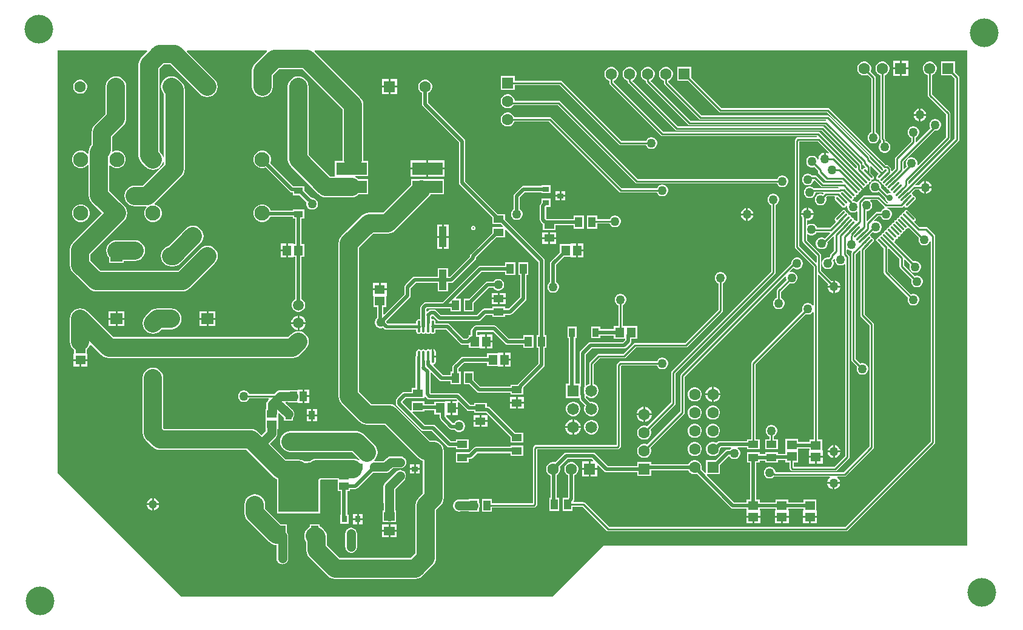
<source format=gtl>
G04*
G04 #@! TF.GenerationSoftware,Altium Limited,Altium Designer,23.3.1 (30)*
G04*
G04 Layer_Physical_Order=1*
G04 Layer_Color=255*
%FSLAX44Y44*%
%MOMM*%
G71*
G04*
G04 #@! TF.SameCoordinates,6291D12B-1A57-4E1F-9114-C69F7EA01FE8*
G04*
G04*
G04 #@! TF.FilePolarity,Positive*
G04*
G01*
G75*
%ADD14C,0.2540*%
%ADD18O,0.3500X1.7000*%
%ADD19R,1.4500X1.0500*%
%ADD20R,1.3046X1.4562*%
%ADD21R,1.4562X1.3046*%
%ADD22R,1.0500X1.4500*%
%ADD23R,1.7000X1.5000*%
%ADD24R,0.8000X0.9000*%
%ADD25R,1.5500X1.2500*%
G04:AMPARAMS|DCode=26|XSize=1.6552mm|YSize=0.2525mm|CornerRadius=0mm|HoleSize=0mm|Usage=FLASHONLY|Rotation=135.000|XOffset=0mm|YOffset=0mm|HoleType=Round|Shape=Rectangle|*
%AMROTATEDRECTD26*
4,1,4,0.6745,-0.4960,0.4960,-0.6745,-0.6745,0.4960,-0.4960,0.6745,0.6745,-0.4960,0.0*
%
%ADD26ROTATEDRECTD26*%

G04:AMPARAMS|DCode=27|XSize=1.6552mm|YSize=0.2525mm|CornerRadius=0.1262mm|HoleSize=0mm|Usage=FLASHONLY|Rotation=135.000|XOffset=0mm|YOffset=0mm|HoleType=Round|Shape=RoundedRectangle|*
%AMROUNDEDRECTD27*
21,1,1.6552,0.0000,0,0,135.0*
21,1,1.4028,0.2525,0,0,135.0*
1,1,0.2525,-0.4960,0.4960*
1,1,0.2525,0.4960,-0.4960*
1,1,0.2525,0.4960,-0.4960*
1,1,0.2525,-0.4960,0.4960*
%
%ADD27ROUNDEDRECTD27*%
G04:AMPARAMS|DCode=28|XSize=0.2525mm|YSize=1.6552mm|CornerRadius=0.1262mm|HoleSize=0mm|Usage=FLASHONLY|Rotation=135.000|XOffset=0mm|YOffset=0mm|HoleType=Round|Shape=RoundedRectangle|*
%AMROUNDEDRECTD28*
21,1,0.2525,1.4028,0,0,135.0*
21,1,0.0000,1.6552,0,0,135.0*
1,1,0.2525,0.4960,0.4960*
1,1,0.2525,0.4960,0.4960*
1,1,0.2525,-0.4960,-0.4960*
1,1,0.2525,-0.4960,-0.4960*
%
%ADD28ROUNDEDRECTD28*%
%ADD29R,1.1000X2.9000*%
%ADD30R,0.9000X0.8000*%
%ADD31R,0.9100X1.2200*%
%ADD32R,1.3562X1.1046*%
%ADD33R,4.2700X1.7800*%
%ADD34R,1.1046X1.3562*%
%ADD35R,5.6500X6.9000*%
%ADD36R,1.0000X2.8500*%
%ADD37R,1.2200X0.9100*%
%ADD59C,1.5700*%
%ADD60R,1.5700X1.5700*%
%ADD64C,1.2700*%
%ADD65C,0.5080*%
%ADD66C,2.5400*%
%ADD67C,0.2286*%
%ADD68C,0.4318*%
%ADD69C,0.4826*%
%ADD70C,0.4572*%
%ADD71C,2.1000*%
%ADD72C,1.6000*%
%ADD73R,1.6000X1.6000*%
%ADD74C,1.6500*%
%ADD75R,1.6500X1.6500*%
%ADD76C,1.2000*%
%ADD77C,1.5190*%
%ADD78R,1.6000X1.6000*%
%ADD79C,4.0000*%
%ADD80C,1.2700*%
%ADD81C,0.9144*%
G36*
X1320800Y101600D02*
X812800D01*
X741680Y30480D01*
X223520D01*
X50800Y203200D01*
Y792480D01*
X175419D01*
X175905Y791307D01*
X167707Y783108D01*
X165386Y780084D01*
X163927Y776562D01*
X163430Y772782D01*
Y691376D01*
Y646182D01*
X163927Y642403D01*
X165386Y638881D01*
X167707Y635856D01*
X173313Y630250D01*
X176337Y627929D01*
X179859Y626471D01*
X183639Y625973D01*
X187418Y626471D01*
X190940Y627929D01*
X193965Y630250D01*
X196285Y633274D01*
X197744Y636796D01*
X197813Y637317D01*
X199083Y637233D01*
Y633541D01*
X169921Y604379D01*
X158239D01*
X154459Y603881D01*
X150937Y602422D01*
X147913Y600102D01*
X145592Y597077D01*
X144133Y593555D01*
X143636Y589776D01*
X144133Y585996D01*
X145592Y582475D01*
X147913Y579450D01*
X150937Y577129D01*
X154459Y575671D01*
X158239Y575173D01*
X174213D01*
X174699Y574000D01*
X173814Y573115D01*
X172197Y570315D01*
X171361Y567192D01*
Y563960D01*
X172197Y560837D01*
X173814Y558037D01*
X176100Y555751D01*
X178900Y554135D01*
X182022Y553298D01*
X185255D01*
X188378Y554135D01*
X191178Y555751D01*
X193464Y558037D01*
X195080Y560837D01*
X195917Y563960D01*
Y567192D01*
X195080Y570315D01*
X193464Y573115D01*
X191178Y575401D01*
X188378Y577017D01*
X186031Y577646D01*
X185754Y579035D01*
X186295Y579450D01*
X224011Y617166D01*
X226332Y620191D01*
X227791Y623713D01*
X228288Y627492D01*
Y737929D01*
X227791Y741709D01*
X226332Y745231D01*
X224011Y748255D01*
X219765Y752502D01*
X216740Y754822D01*
X213218Y756281D01*
X209439Y756779D01*
X205659Y756281D01*
X202137Y754822D01*
X199113Y752502D01*
X196792Y749477D01*
X195333Y745955D01*
X194836Y742176D01*
X195333Y738396D01*
X196792Y734874D01*
X199083Y731890D01*
Y643918D01*
X197813Y643835D01*
X197744Y644355D01*
X196285Y647877D01*
X193965Y650902D01*
X192635Y652231D01*
Y691376D01*
Y766733D01*
X198960Y773058D01*
X207905D01*
X249113Y731850D01*
X252137Y729529D01*
X255659Y728071D01*
X259439Y727573D01*
X263218Y728071D01*
X266740Y729529D01*
X269765Y731850D01*
X272085Y734874D01*
X273544Y738396D01*
X274042Y742176D01*
X273544Y745956D01*
X272085Y749477D01*
X269765Y752502D01*
X230960Y791307D01*
X231446Y792480D01*
X342456D01*
X342982Y791210D01*
X326113Y774341D01*
X323792Y771317D01*
X322333Y767795D01*
X321836Y764015D01*
Y742176D01*
X322333Y738396D01*
X323792Y734874D01*
X326113Y731850D01*
X329137Y729529D01*
X332659Y728071D01*
X336439Y727573D01*
X340218Y728071D01*
X343740Y729529D01*
X346765Y731850D01*
X349085Y734874D01*
X350544Y738396D01*
X351042Y742176D01*
Y757967D01*
X359754Y766679D01*
X392484D01*
X448436Y710727D01*
Y640576D01*
X448576Y639509D01*
X447739Y638554D01*
X437661D01*
Y618208D01*
X437661Y617198D01*
X436498Y616938D01*
X430976D01*
X401042Y646873D01*
Y742176D01*
X400544Y745956D01*
X399085Y749477D01*
X396765Y752502D01*
X393740Y754822D01*
X390218Y756281D01*
X386439Y756779D01*
X382659Y756281D01*
X379137Y754822D01*
X376113Y752502D01*
X373792Y749477D01*
X372333Y745956D01*
X371836Y742176D01*
Y640824D01*
X372333Y637045D01*
X373792Y633523D01*
X376113Y630499D01*
X414602Y592010D01*
X417626Y589689D01*
X421148Y588230D01*
X424928Y587732D01*
X460648D01*
X464428Y588230D01*
X467950Y589689D01*
X470698Y591798D01*
X483917D01*
Y613154D01*
X470656D01*
X468090Y615122D01*
X466146Y615928D01*
X466398Y617198D01*
X483917D01*
Y638554D01*
X478339D01*
X477501Y639509D01*
X477642Y640576D01*
Y716776D01*
X477144Y720555D01*
X475685Y724077D01*
X473365Y727102D01*
X409256Y791210D01*
X409782Y792480D01*
X1320800D01*
Y101600D01*
D02*
G37*
%LPC*%
G36*
X1238119Y778116D02*
X1228849D01*
Y768846D01*
X1238119D01*
Y778116D01*
D02*
G37*
G36*
X1226309D02*
X1217039D01*
Y768846D01*
X1226309D01*
Y778116D01*
D02*
G37*
G36*
X1238119Y766306D02*
X1228849D01*
Y757036D01*
X1238119D01*
Y766306D01*
D02*
G37*
G36*
X1226309D02*
X1217039D01*
Y757036D01*
X1226309D01*
Y766306D01*
D02*
G37*
G36*
X524379Y752716D02*
X515109D01*
Y743446D01*
X524379D01*
Y752716D01*
D02*
G37*
G36*
X512569D02*
X503299D01*
Y743446D01*
X512569D01*
Y752716D01*
D02*
G37*
G36*
X83326Y751954D02*
X80751D01*
X78265Y751288D01*
X76035Y750000D01*
X74214Y748180D01*
X72927Y745950D01*
X72261Y743463D01*
Y740889D01*
X72927Y738402D01*
X74214Y736172D01*
X76035Y734352D01*
X78265Y733064D01*
X80751Y732398D01*
X83326D01*
X85813Y733064D01*
X88043Y734352D01*
X89863Y736172D01*
X91150Y738402D01*
X91817Y740889D01*
Y743463D01*
X91150Y745950D01*
X89863Y748180D01*
X88043Y750000D01*
X85813Y751288D01*
X83326Y751954D01*
D02*
G37*
G36*
X524379Y740906D02*
X515109D01*
Y731636D01*
X524379D01*
Y740906D01*
D02*
G37*
G36*
X512569D02*
X503299D01*
Y731636D01*
X512569D01*
Y740906D01*
D02*
G37*
G36*
X1255773Y711669D02*
Y704076D01*
X1263366D01*
X1262787Y706237D01*
X1261617Y708264D01*
X1259961Y709920D01*
X1257934Y711090D01*
X1255773Y711669D01*
D02*
G37*
G36*
X1253233D02*
X1251071Y711090D01*
X1249044Y709920D01*
X1247389Y708264D01*
X1246219Y706237D01*
X1245639Y704076D01*
X1253233D01*
Y711669D01*
D02*
G37*
G36*
X1263366Y701536D02*
X1255773D01*
Y693943D01*
X1257934Y694522D01*
X1259961Y695692D01*
X1261617Y697347D01*
X1262787Y699374D01*
X1263366Y701536D01*
D02*
G37*
G36*
X1253233D02*
X1245639D01*
X1246219Y699374D01*
X1247389Y697347D01*
X1249044Y695692D01*
X1251071Y694522D01*
X1253233Y693943D01*
Y701536D01*
D02*
G37*
G36*
X1178066Y777354D02*
X1175491D01*
X1173005Y776688D01*
X1170775Y775400D01*
X1168954Y773580D01*
X1167667Y771350D01*
X1167001Y768863D01*
Y766289D01*
X1167667Y763802D01*
X1168954Y761572D01*
X1170775Y759752D01*
X1173005Y758464D01*
X1175491Y757798D01*
X1178066D01*
X1180553Y758464D01*
X1181151Y758809D01*
X1186371Y753589D01*
Y678638D01*
X1186341Y678630D01*
X1184488Y677560D01*
X1182975Y676047D01*
X1181905Y674193D01*
X1181351Y672126D01*
Y669986D01*
X1181905Y667919D01*
X1182975Y666065D01*
X1184488Y664552D01*
X1186341Y663482D01*
X1188409Y662928D01*
X1190549D01*
X1192616Y663482D01*
X1194470Y664552D01*
X1195983Y666065D01*
X1197053Y667919D01*
X1197607Y669986D01*
Y672126D01*
X1197053Y674193D01*
X1195983Y676047D01*
X1194470Y677560D01*
X1192616Y678630D01*
X1192587Y678638D01*
Y754876D01*
X1192350Y756065D01*
X1191676Y757073D01*
X1185545Y763204D01*
X1185890Y763802D01*
X1186557Y766289D01*
Y768863D01*
X1185890Y771350D01*
X1184603Y773580D01*
X1182783Y775400D01*
X1180553Y776688D01*
X1178066Y777354D01*
D02*
G37*
G36*
X688717Y757034D02*
X669161D01*
Y737478D01*
X688717D01*
Y744148D01*
X751311D01*
X834221Y661238D01*
X835229Y660565D01*
X836419Y660328D01*
X872017D01*
X872025Y660299D01*
X873095Y658445D01*
X874608Y656932D01*
X876461Y655862D01*
X878529Y655308D01*
X880669D01*
X882736Y655862D01*
X884589Y656932D01*
X886103Y658445D01*
X887173Y660299D01*
X887727Y662366D01*
Y664506D01*
X887173Y666573D01*
X886103Y668427D01*
X884589Y669940D01*
X882736Y671010D01*
X880669Y671564D01*
X878529D01*
X876461Y671010D01*
X874608Y669940D01*
X873095Y668427D01*
X872025Y666573D01*
X872017Y666544D01*
X837706D01*
X754796Y749453D01*
X753788Y750127D01*
X752599Y750364D01*
X688717D01*
Y757034D01*
D02*
G37*
G36*
X1203466Y777354D02*
X1200891D01*
X1198405Y776688D01*
X1196175Y775400D01*
X1194354Y773580D01*
X1193067Y771350D01*
X1192401Y768863D01*
Y766289D01*
X1193067Y763802D01*
X1194354Y761572D01*
X1196175Y759752D01*
X1198405Y758464D01*
X1199071Y758286D01*
Y669278D01*
X1199308Y668089D01*
X1199981Y667081D01*
X1200341Y666721D01*
Y664413D01*
X1200236Y664352D01*
X1198723Y662839D01*
X1197653Y660985D01*
X1197099Y658918D01*
Y656778D01*
X1197653Y654711D01*
X1198723Y652857D01*
X1200236Y651344D01*
X1202089Y650274D01*
X1204157Y649720D01*
X1206297D01*
X1208364Y650274D01*
X1210218Y651344D01*
X1211731Y652857D01*
X1212801Y654711D01*
X1213355Y656778D01*
Y658918D01*
X1212801Y660985D01*
X1211731Y662839D01*
X1210218Y664352D01*
X1208364Y665422D01*
X1206556Y665906D01*
Y668008D01*
X1206320Y669197D01*
X1205646Y670205D01*
X1205286Y670565D01*
Y758286D01*
X1205953Y758464D01*
X1208183Y759752D01*
X1210003Y761572D01*
X1211290Y763802D01*
X1211957Y766289D01*
Y768863D01*
X1211290Y771350D01*
X1210003Y773580D01*
X1208183Y775400D01*
X1205953Y776688D01*
X1203466Y777354D01*
D02*
G37*
G36*
X132039Y756779D02*
X128259Y756281D01*
X124737Y754822D01*
X121713Y752502D01*
X119392Y749477D01*
X117933Y745956D01*
X117436Y742176D01*
Y703992D01*
X102193Y688749D01*
X99872Y685724D01*
X98413Y682203D01*
X97916Y678423D01*
Y661223D01*
X95614Y658224D01*
X94155Y654702D01*
X93658Y650922D01*
Y648781D01*
X92388Y648391D01*
X90378Y650401D01*
X87578Y652017D01*
X84455Y652854D01*
X81222D01*
X78100Y652017D01*
X75300Y650401D01*
X73014Y648115D01*
X71398Y645315D01*
X70561Y642192D01*
Y638960D01*
X71398Y635837D01*
X73014Y633037D01*
X75300Y630751D01*
X78100Y629135D01*
X81222Y628298D01*
X84455D01*
X87578Y629135D01*
X90378Y630751D01*
X92388Y632761D01*
X93658Y632371D01*
Y590554D01*
X94155Y586774D01*
X95614Y583252D01*
X97935Y580228D01*
X112587Y565576D01*
X71713Y524702D01*
X69392Y521677D01*
X67933Y518156D01*
X67436Y514376D01*
Y493334D01*
X67933Y489554D01*
X69392Y486032D01*
X71713Y483008D01*
X94161Y460560D01*
X97186Y458239D01*
X100708Y456780D01*
X104487Y456283D01*
X224769D01*
X228548Y456780D01*
X232070Y458239D01*
X235094Y460560D01*
X270165Y495630D01*
X272485Y498655D01*
X273944Y502176D01*
X274442Y505956D01*
X273944Y509735D01*
X272485Y513257D01*
X270165Y516282D01*
X267140Y518602D01*
X263618Y520061D01*
X259839Y520559D01*
X256059Y520061D01*
X252537Y518602D01*
X249513Y516282D01*
X218720Y485489D01*
X110536D01*
X96642Y499383D01*
Y508327D01*
X143565Y555250D01*
X145885Y558274D01*
X147344Y561796D01*
X147842Y565576D01*
X147344Y569355D01*
X145885Y572877D01*
X143565Y575902D01*
X122864Y596603D01*
Y631791D01*
X124134Y632317D01*
X125700Y630751D01*
X128500Y629135D01*
X131622Y628298D01*
X134855D01*
X137978Y629135D01*
X140778Y630751D01*
X143064Y633037D01*
X144680Y635837D01*
X145517Y638960D01*
Y642192D01*
X144680Y645315D01*
X143064Y648115D01*
X140778Y650401D01*
X137978Y652017D01*
X134855Y652854D01*
X131622D01*
X128500Y652017D01*
X127944Y651696D01*
X126767Y652483D01*
X127122Y655180D01*
Y672374D01*
X142365Y687617D01*
X144685Y690642D01*
X146144Y694164D01*
X146642Y697943D01*
Y742176D01*
X146144Y745956D01*
X144685Y749477D01*
X142365Y752502D01*
X139340Y754822D01*
X135818Y756281D01*
X132039Y756779D01*
D02*
G37*
G36*
X590779Y639316D02*
X568159D01*
Y629146D01*
X590779D01*
Y639316D01*
D02*
G37*
G36*
X565619D02*
X542999D01*
Y629146D01*
X565619D01*
Y639316D01*
D02*
G37*
G36*
X590779Y626606D02*
X568159D01*
Y616436D01*
X590779D01*
Y626606D01*
D02*
G37*
G36*
X565619D02*
X542999D01*
Y616436D01*
X565619D01*
Y626606D01*
D02*
G37*
G36*
X1303247Y777204D02*
X1283991D01*
Y757948D01*
X1298852D01*
X1303160Y753640D01*
Y669854D01*
X1239480Y606174D01*
X1238307Y606660D01*
Y610293D01*
X1296344Y668331D01*
X1297018Y669339D01*
X1297254Y670528D01*
Y704307D01*
X1297018Y705497D01*
X1296344Y706505D01*
X1271327Y731523D01*
Y758441D01*
X1271935Y758604D01*
X1274130Y759872D01*
X1275923Y761664D01*
X1277191Y763860D01*
X1277847Y766308D01*
Y768844D01*
X1277191Y771292D01*
X1275923Y773488D01*
X1274130Y775280D01*
X1271935Y776548D01*
X1269486Y777204D01*
X1266951D01*
X1264502Y776548D01*
X1262307Y775280D01*
X1260514Y773488D01*
X1259247Y771292D01*
X1258591Y768844D01*
Y766308D01*
X1259247Y763860D01*
X1260514Y761664D01*
X1262307Y759872D01*
X1264502Y758604D01*
X1265111Y758441D01*
Y730235D01*
X1265348Y729046D01*
X1266021Y728038D01*
X1291039Y703020D01*
Y671815D01*
X1251753Y632530D01*
X1250615Y633187D01*
X1250947Y634426D01*
Y636566D01*
X1250393Y638633D01*
X1249323Y640487D01*
X1247810Y642000D01*
X1245956Y643070D01*
X1243889Y643624D01*
X1241749D01*
X1239681Y643070D01*
X1237828Y642000D01*
X1236315Y640487D01*
X1235245Y638633D01*
X1234691Y636566D01*
Y634426D01*
X1235245Y632359D01*
X1236026Y631005D01*
X1232499Y627478D01*
X1231326Y627964D01*
Y637388D01*
X1274672Y680734D01*
X1274769Y680708D01*
X1276909D01*
X1278976Y681262D01*
X1280829Y682332D01*
X1282343Y683845D01*
X1283413Y685699D01*
X1283967Y687766D01*
Y689906D01*
X1283413Y691973D01*
X1282343Y693827D01*
X1280829Y695340D01*
X1278976Y696410D01*
X1276909Y696964D01*
X1274769D01*
X1272701Y696410D01*
X1270848Y695340D01*
X1269335Y693827D01*
X1268265Y691973D01*
X1267711Y689906D01*
Y687766D01*
X1268265Y685699D01*
X1269210Y684062D01*
X1249708Y664560D01*
X1249264Y664642D01*
X1248466Y665115D01*
Y671094D01*
X1248496Y671102D01*
X1250350Y672172D01*
X1251863Y673685D01*
X1252933Y675539D01*
X1253487Y677606D01*
Y679746D01*
X1252933Y681813D01*
X1251863Y683667D01*
X1250350Y685180D01*
X1248496Y686250D01*
X1246429Y686804D01*
X1244289D01*
X1242222Y686250D01*
X1240368Y685180D01*
X1238855Y683667D01*
X1237785Y681813D01*
X1237231Y679746D01*
Y677606D01*
X1237785Y675539D01*
X1238855Y673685D01*
X1240368Y672172D01*
X1242222Y671102D01*
X1242251Y671094D01*
Y666077D01*
X1220301Y644127D01*
X1219628Y643119D01*
X1219391Y641929D01*
Y628512D01*
X1215296Y624417D01*
X1214122Y624903D01*
Y627358D01*
X1213886Y628547D01*
X1213212Y629555D01*
X1210687Y632080D01*
X1209679Y632754D01*
X1208490Y632991D01*
X1206539D01*
X1128176Y711353D01*
X1127168Y712027D01*
X1125979Y712264D01*
X977406D01*
X935097Y754573D01*
Y769734D01*
X915541D01*
Y750178D01*
X930702D01*
X973921Y706958D01*
X974930Y706285D01*
X976119Y706048D01*
X1124691D01*
X1203054Y627685D01*
X1202970Y626222D01*
X1201750Y625002D01*
X1184766Y641986D01*
Y642829D01*
X1184530Y644018D01*
X1183856Y645027D01*
X1127689Y701193D01*
X1126681Y701867D01*
X1125492Y702104D01*
X949466D01*
X903027Y748543D01*
Y750666D01*
X903693Y750844D01*
X905923Y752132D01*
X907743Y753952D01*
X909030Y756182D01*
X909697Y758669D01*
Y761243D01*
X909030Y763730D01*
X907743Y765960D01*
X905923Y767780D01*
X903693Y769068D01*
X901206Y769734D01*
X898632D01*
X896145Y769068D01*
X893915Y767780D01*
X892094Y765960D01*
X890807Y763730D01*
X890141Y761243D01*
Y758669D01*
X890807Y756182D01*
X892094Y753952D01*
X893915Y752132D01*
X896145Y750844D01*
X896811Y750666D01*
Y747256D01*
X897048Y746067D01*
X897721Y745059D01*
X945981Y696798D01*
X946990Y696125D01*
X948179Y695888D01*
X1123267D01*
X1123347Y695754D01*
X1122628Y694484D01*
X934226D01*
X878952Y749758D01*
X879161Y751345D01*
X880523Y752132D01*
X882343Y753952D01*
X883630Y756182D01*
X884297Y758669D01*
Y761243D01*
X883630Y763730D01*
X882343Y765960D01*
X880523Y767780D01*
X878293Y769068D01*
X875806Y769734D01*
X873232D01*
X870745Y769068D01*
X868515Y767780D01*
X866694Y765960D01*
X865407Y763730D01*
X864741Y761243D01*
Y758669D01*
X865407Y756182D01*
X866694Y753952D01*
X868515Y752132D01*
X870745Y750844D01*
X871573Y750622D01*
Y749634D01*
X871810Y748445D01*
X872483Y747436D01*
X930741Y689178D01*
X931749Y688505D01*
X932939Y688268D01*
X1122151D01*
X1174233Y636187D01*
Y634934D01*
X1174470Y633745D01*
X1175143Y632737D01*
X1178056Y629823D01*
X1177431Y628653D01*
X1177333Y628672D01*
X1176147Y628436D01*
X1175141Y627764D01*
X1174789Y627237D01*
X1173306Y626924D01*
X1172266Y627963D01*
Y632956D01*
X1172030Y634145D01*
X1171356Y635153D01*
X1120556Y685953D01*
X1119548Y686627D01*
X1118359Y686864D01*
X916446D01*
X853552Y749758D01*
X853761Y751345D01*
X855123Y752132D01*
X856943Y753952D01*
X858230Y756182D01*
X858897Y758669D01*
Y761243D01*
X858230Y763730D01*
X856943Y765960D01*
X855123Y767780D01*
X852893Y769068D01*
X850406Y769734D01*
X847831D01*
X845345Y769068D01*
X843115Y767780D01*
X841294Y765960D01*
X840007Y763730D01*
X839341Y761243D01*
Y758669D01*
X840007Y756182D01*
X841294Y753952D01*
X843115Y752132D01*
X845345Y750844D01*
X846173Y750622D01*
Y749634D01*
X846410Y748445D01*
X847083Y747436D01*
X912961Y681559D01*
X913969Y680885D01*
X915159Y680648D01*
X1117072D01*
X1166051Y631669D01*
Y628767D01*
X1164878Y628281D01*
X1114825Y678333D01*
X1113817Y679007D01*
X1112627Y679244D01*
X896126D01*
X826826Y748543D01*
Y750666D01*
X827493Y750844D01*
X829723Y752132D01*
X831543Y753952D01*
X832830Y756182D01*
X833497Y758669D01*
Y761243D01*
X832830Y763730D01*
X831543Y765960D01*
X829723Y767780D01*
X827493Y769068D01*
X825006Y769734D01*
X822431D01*
X819945Y769068D01*
X817715Y767780D01*
X815894Y765960D01*
X814607Y763730D01*
X813941Y761243D01*
Y758669D01*
X814607Y756182D01*
X815894Y753952D01*
X817715Y752132D01*
X819945Y750844D01*
X820611Y750666D01*
Y747256D01*
X820848Y746067D01*
X821521Y745059D01*
X892641Y673939D01*
X893650Y673265D01*
X894839Y673028D01*
X1110293D01*
X1110383Y672894D01*
X1109704Y671624D01*
X1084287D01*
X1083097Y671387D01*
X1082089Y670713D01*
X1080601Y669225D01*
X1079928Y668217D01*
X1079691Y667028D01*
Y518656D01*
X1079928Y517467D01*
X1080601Y516459D01*
X1106080Y490979D01*
Y437163D01*
X1104810Y436823D01*
X1104543Y437287D01*
X1103029Y438800D01*
X1101176Y439870D01*
X1099109Y440424D01*
X1096969D01*
X1094902Y439870D01*
X1093048Y438800D01*
X1091535Y437287D01*
X1090465Y435433D01*
X1089911Y433366D01*
Y431226D01*
X1090465Y429159D01*
X1090480Y429132D01*
X1019641Y358293D01*
X1018968Y357285D01*
X1018731Y356096D01*
Y250454D01*
X1012811D01*
Y247829D01*
X975157D01*
X975157Y247829D01*
X973473Y247493D01*
X972044Y246539D01*
X972044Y246539D01*
X970505Y244999D01*
X969195Y245756D01*
X966708Y246422D01*
X964133D01*
X961646Y245756D01*
X959417Y244468D01*
X957596Y242648D01*
X956309Y240418D01*
X955642Y237931D01*
Y235357D01*
X956309Y232870D01*
X957596Y230640D01*
X959417Y228820D01*
X961646Y227532D01*
X964133Y226866D01*
X966708D01*
X969195Y227532D01*
X971424Y228820D01*
X973245Y230640D01*
X974532Y232870D01*
X975199Y235357D01*
Y237241D01*
X976981Y239023D01*
X990742D01*
X991082Y237753D01*
X990432Y237378D01*
X989093Y236038D01*
X985812D01*
X984128Y235703D01*
X982699Y234749D01*
X968972Y221022D01*
X955642D01*
Y203507D01*
X954469Y203022D01*
X949320Y208171D01*
X949799Y209957D01*
Y212531D01*
X949132Y215018D01*
X947845Y217248D01*
X946024Y219068D01*
X943795Y220356D01*
X941308Y221022D01*
X938733D01*
X936246Y220356D01*
X934017Y219068D01*
X932196Y217248D01*
X931272Y215647D01*
X879217D01*
Y218554D01*
X859661D01*
Y213179D01*
X818320D01*
X801331Y230168D01*
X799902Y231122D01*
X798218Y231457D01*
X760717D01*
X759033Y231122D01*
X757604Y230168D01*
X745512Y218075D01*
X743726Y218554D01*
X741152D01*
X738665Y217888D01*
X736435Y216600D01*
X734614Y214780D01*
X733327Y212550D01*
X732661Y210063D01*
Y207489D01*
X733327Y205002D01*
X734614Y202772D01*
X736435Y200952D01*
X738665Y199664D01*
X738867Y199610D01*
Y168521D01*
X737071D01*
Y150465D01*
X751127D01*
Y168521D01*
X747672D01*
Y200506D01*
X748443Y200952D01*
X750263Y202772D01*
X751550Y205002D01*
X752217Y207489D01*
Y210063D01*
X751738Y211849D01*
X762541Y222652D01*
X796394D01*
X798557Y220489D01*
X798071Y219316D01*
X794509D01*
Y210046D01*
X803779D01*
Y213608D01*
X804952Y214094D01*
X813383Y205663D01*
X814811Y204708D01*
X816496Y204373D01*
X859661D01*
Y198998D01*
X879217D01*
Y206841D01*
X931272D01*
X932196Y205240D01*
X934017Y203420D01*
X936246Y202132D01*
X938733Y201466D01*
X941308D01*
X943094Y201945D01*
X990175Y154863D01*
X991604Y153909D01*
X993289Y153573D01*
X1012780D01*
Y151023D01*
X1012018D01*
Y143230D01*
X1021839D01*
Y141960D01*
D01*
Y143230D01*
X1031660D01*
Y151023D01*
X1030898D01*
Y153574D01*
X1052749D01*
Y151024D01*
X1051987D01*
Y143230D01*
X1061808D01*
X1071629D01*
Y151024D01*
X1070867D01*
Y153574D01*
X1092021D01*
Y151024D01*
X1091259D01*
Y143230D01*
X1101080D01*
X1110901D01*
Y151024D01*
X1110139D01*
Y166277D01*
X1092021D01*
Y162379D01*
X1070867D01*
Y166277D01*
X1052749D01*
Y162379D01*
X1030898D01*
Y166277D01*
X1026241D01*
Y217898D01*
X1030867D01*
Y220523D01*
X1038211D01*
Y217898D01*
X1056267D01*
Y221145D01*
X1066548D01*
Y217867D01*
X1072071D01*
Y210264D01*
X1072308Y209075D01*
X1072981Y208066D01*
X1074469Y206579D01*
X1075477Y205905D01*
X1076667Y205668D01*
X1136139D01*
X1137328Y205905D01*
X1138336Y206579D01*
X1155354Y223596D01*
X1156028Y224605D01*
X1156264Y225794D01*
Y504769D01*
X1156028Y505958D01*
X1155354Y506966D01*
X1152455Y509866D01*
Y514255D01*
X1153725Y514845D01*
X1155313Y513928D01*
X1157574Y513322D01*
X1158974D01*
X1159500Y512052D01*
X1159341Y511894D01*
X1158668Y510885D01*
X1158431Y509696D01*
Y361176D01*
X1158668Y359987D01*
X1159341Y358979D01*
X1166680Y351640D01*
X1166665Y351613D01*
X1166111Y349546D01*
Y347406D01*
X1166665Y345339D01*
X1167735Y343485D01*
X1169248Y341972D01*
X1171102Y340902D01*
X1173169Y340348D01*
X1175309D01*
X1177376Y340902D01*
X1179230Y341972D01*
X1180743Y343485D01*
X1181813Y345339D01*
X1182367Y347406D01*
Y349546D01*
X1181813Y351613D01*
X1180743Y353467D01*
X1179230Y354980D01*
X1177376Y356050D01*
X1175309Y356604D01*
X1173169D01*
X1171102Y356050D01*
X1171075Y356035D01*
X1164647Y362463D01*
Y508409D01*
X1169958Y513720D01*
X1171131Y513234D01*
Y423470D01*
X1171368Y422281D01*
X1172041Y421272D01*
X1183831Y409482D01*
Y240280D01*
X1147879Y204328D01*
X1052827D01*
Y204766D01*
X1052273Y206833D01*
X1051203Y208687D01*
X1049689Y210200D01*
X1047836Y211270D01*
X1045769Y211824D01*
X1043629D01*
X1041562Y211270D01*
X1039708Y210200D01*
X1038195Y208687D01*
X1037125Y206833D01*
X1036571Y204766D01*
Y202626D01*
X1037125Y200559D01*
X1038195Y198705D01*
X1039708Y197192D01*
X1041562Y196122D01*
X1043629Y195568D01*
X1045769D01*
X1047836Y196122D01*
X1049689Y197192D01*
X1050719Y198221D01*
X1051267Y198112D01*
X1128752D01*
X1129092Y196842D01*
X1128648Y196586D01*
X1126993Y194930D01*
X1125823Y192903D01*
X1125244Y190742D01*
X1142970D01*
X1142391Y192903D01*
X1141221Y194930D01*
X1139565Y196586D01*
X1139121Y196842D01*
X1139462Y198112D01*
X1149166D01*
X1150355Y198349D01*
X1151364Y199022D01*
X1189136Y236795D01*
X1189810Y237803D01*
X1190046Y238992D01*
Y410770D01*
X1189810Y411959D01*
X1189136Y412967D01*
X1177346Y424757D01*
Y514038D01*
X1184490Y521181D01*
X1184512Y521215D01*
X1189444Y526147D01*
X1190116Y527152D01*
X1190352Y528339D01*
X1190116Y529525D01*
X1189444Y530530D01*
X1188438Y531202D01*
X1187252Y531438D01*
X1186816Y531874D01*
X1186581Y533060D01*
X1185909Y534066D01*
X1185387Y534414D01*
X1185077Y535900D01*
X1188628Y539450D01*
X1189727Y538816D01*
X1191794Y538262D01*
X1193934D01*
X1196002Y538816D01*
X1197855Y539886D01*
X1199368Y541399D01*
X1200438Y543253D01*
X1200992Y545320D01*
Y547460D01*
X1200438Y549527D01*
X1199368Y551381D01*
X1197855Y552894D01*
X1196002Y553964D01*
X1193934Y554518D01*
X1191794D01*
X1190736Y554234D01*
X1190078Y555373D01*
X1195974Y561268D01*
X1199677D01*
X1199685Y561239D01*
X1200755Y559385D01*
X1202268Y557872D01*
X1204121Y556802D01*
X1206189Y556248D01*
X1208329D01*
X1210396Y556802D01*
X1212250Y557872D01*
X1213763Y559385D01*
X1214833Y561239D01*
X1215387Y563306D01*
Y565446D01*
X1214833Y567513D01*
X1213763Y569367D01*
X1212250Y570880D01*
X1210396Y571950D01*
X1208964Y572334D01*
X1209131Y573604D01*
X1228554D01*
X1229743Y573840D01*
X1230751Y574514D01*
X1231649Y575411D01*
X1233132Y575098D01*
X1233484Y574571D01*
X1234490Y573899D01*
X1235676Y573663D01*
X1236862Y573899D01*
X1237868Y574571D01*
X1247787Y584490D01*
X1248459Y585495D01*
X1248695Y586682D01*
X1248459Y587868D01*
X1247787Y588874D01*
X1246782Y589546D01*
X1245595Y589781D01*
X1245160Y590217D01*
X1244924Y591403D01*
X1244252Y592409D01*
X1243724Y592762D01*
X1243411Y594245D01*
X1247773Y598606D01*
X1253752D01*
X1253839Y598283D01*
X1255009Y596255D01*
X1256664Y594600D01*
X1258691Y593430D01*
X1260853Y592851D01*
Y601714D01*
Y610577D01*
X1258691Y609998D01*
X1256664Y608828D01*
X1255009Y607173D01*
X1253839Y605145D01*
X1253752Y604822D01*
X1248577D01*
X1248091Y605995D01*
X1308465Y666370D01*
X1309139Y667378D01*
X1309375Y668567D01*
Y754927D01*
X1309139Y756116D01*
X1308465Y757125D01*
X1303247Y762343D01*
Y777204D01*
D02*
G37*
G36*
X1263393Y610577D02*
Y602984D01*
X1270986D01*
X1270407Y605145D01*
X1269237Y607173D01*
X1267581Y608828D01*
X1265554Y609998D01*
X1263393Y610577D01*
D02*
G37*
G36*
X680226Y731634D02*
X677652D01*
X675165Y730968D01*
X672935Y729680D01*
X671114Y727860D01*
X669827Y725630D01*
X669161Y723143D01*
Y720569D01*
X669827Y718082D01*
X671114Y715852D01*
X672935Y714032D01*
X675165Y712744D01*
X677652Y712078D01*
X680226D01*
X682713Y712744D01*
X684943Y714032D01*
X686763Y715852D01*
X686969Y716208D01*
X748772D01*
X857081Y607898D01*
X858090Y607225D01*
X859279Y606988D01*
X1054897D01*
X1054905Y606959D01*
X1055975Y605105D01*
X1057488Y603592D01*
X1059342Y602522D01*
X1061409Y601968D01*
X1063549D01*
X1065616Y602522D01*
X1067469Y603592D01*
X1068983Y605105D01*
X1070053Y606959D01*
X1070607Y609026D01*
Y611166D01*
X1070053Y613233D01*
X1068983Y615087D01*
X1067469Y616600D01*
X1065616Y617670D01*
X1063549Y618224D01*
X1061409D01*
X1059342Y617670D01*
X1057488Y616600D01*
X1055975Y615087D01*
X1054905Y613233D01*
X1054897Y613204D01*
X860566D01*
X752256Y721513D01*
X751248Y722187D01*
X750059Y722424D01*
X688717D01*
Y723143D01*
X688050Y725630D01*
X686763Y727860D01*
X684943Y729680D01*
X682713Y730968D01*
X680226Y731634D01*
D02*
G37*
G36*
X738717Y605054D02*
X726161D01*
Y603679D01*
X701139D01*
X699454Y603343D01*
X698026Y602389D01*
X698026Y602389D01*
X688526Y592889D01*
X687571Y591461D01*
X687236Y589776D01*
Y571219D01*
X686648Y570880D01*
X685135Y569367D01*
X684065Y567513D01*
X683511Y565446D01*
Y563306D01*
X684065Y561239D01*
X685135Y559385D01*
X686648Y557872D01*
X688502Y556802D01*
X690569Y556248D01*
X692709D01*
X694776Y556802D01*
X696629Y557872D01*
X698143Y559385D01*
X699213Y561239D01*
X699767Y563306D01*
Y565446D01*
X699213Y567513D01*
X698143Y569367D01*
X696629Y570880D01*
X696041Y571219D01*
Y587952D01*
X702962Y594873D01*
X726161D01*
Y593498D01*
X738717D01*
Y605054D01*
D02*
G37*
G36*
X1270986Y600444D02*
X1263393D01*
Y592851D01*
X1265554Y593430D01*
X1267581Y594600D01*
X1269237Y596255D01*
X1270407Y598283D01*
X1270986Y600444D01*
D02*
G37*
G36*
X759479Y596316D02*
X753709D01*
Y591046D01*
X759479D01*
Y596316D01*
D02*
G37*
G36*
X751169D02*
X745399D01*
Y591046D01*
X751169D01*
Y596316D01*
D02*
G37*
G36*
X680226Y706234D02*
X677652D01*
X675165Y705568D01*
X672935Y704280D01*
X671114Y702460D01*
X669827Y700230D01*
X669161Y697743D01*
Y695169D01*
X669827Y692682D01*
X671114Y690452D01*
X672935Y688632D01*
X675165Y687344D01*
X677652Y686678D01*
X680226D01*
X682713Y687344D01*
X684943Y688632D01*
X686763Y690452D01*
X688050Y692682D01*
X688229Y693348D01*
X736518D01*
X834668Y595199D01*
X835676Y594525D01*
X836865Y594288D01*
X887257D01*
X887265Y594259D01*
X888335Y592405D01*
X889848Y590892D01*
X891702Y589822D01*
X893769Y589268D01*
X895909D01*
X897976Y589822D01*
X899829Y590892D01*
X901343Y592405D01*
X902413Y594259D01*
X902967Y596326D01*
Y598466D01*
X902413Y600533D01*
X901343Y602387D01*
X899829Y603900D01*
X897976Y604970D01*
X895909Y605524D01*
X893769D01*
X891702Y604970D01*
X889848Y603900D01*
X888335Y602387D01*
X887265Y600533D01*
X887257Y600504D01*
X838152D01*
X740003Y698653D01*
X738995Y699327D01*
X737805Y699564D01*
X688229D01*
X688050Y700230D01*
X686763Y702460D01*
X684943Y704280D01*
X682713Y705568D01*
X680226Y706234D01*
D02*
G37*
G36*
X759479Y588506D02*
X753709D01*
Y583236D01*
X759479D01*
Y588506D01*
D02*
G37*
G36*
X751169D02*
X745399D01*
Y583236D01*
X751169D01*
Y588506D01*
D02*
G37*
G36*
X337855Y652854D02*
X334622D01*
X331500Y652017D01*
X328700Y650401D01*
X326414Y648115D01*
X324798Y645315D01*
X323961Y642192D01*
Y638960D01*
X324798Y635837D01*
X326414Y633037D01*
X328700Y630751D01*
X331500Y629135D01*
X334622Y628298D01*
X337855D01*
X340978Y629135D01*
X341280Y629309D01*
X374616Y595973D01*
X376044Y595019D01*
X377729Y594683D01*
X378961D01*
Y590748D01*
X388491D01*
X398038Y581201D01*
X397643Y579729D01*
Y577588D01*
X398197Y575521D01*
X399267Y573668D01*
X400781Y572154D01*
X402634Y571084D01*
X404701Y570531D01*
X406841D01*
X408909Y571084D01*
X410762Y572154D01*
X412275Y573668D01*
X413345Y575521D01*
X413899Y577588D01*
Y579729D01*
X413345Y581796D01*
X412275Y583649D01*
X410762Y585163D01*
X408909Y586232D01*
X406841Y586786D01*
X405791D01*
X404480Y587662D01*
X403917Y587774D01*
X394717Y596974D01*
Y603404D01*
X385254D01*
X384829Y603489D01*
X379552D01*
X347506Y635535D01*
X347680Y635837D01*
X348517Y638960D01*
Y642192D01*
X347680Y645315D01*
X346064Y648115D01*
X343778Y650401D01*
X340978Y652017D01*
X337855Y652854D01*
D02*
G37*
G36*
X1014473Y572985D02*
Y565392D01*
X1022066D01*
X1021487Y567553D01*
X1020317Y569580D01*
X1018661Y571236D01*
X1016634Y572406D01*
X1014473Y572985D01*
D02*
G37*
G36*
X1011933D02*
X1009771Y572406D01*
X1007744Y571236D01*
X1006089Y569580D01*
X1004919Y567553D01*
X1004340Y565392D01*
X1011933D01*
Y572985D01*
D02*
G37*
G36*
X829869Y562344D02*
X827729D01*
X825661Y561790D01*
X823808Y560720D01*
X822295Y559207D01*
X821225Y557353D01*
X821217Y557324D01*
X803670D01*
Y562282D01*
X789614D01*
Y544226D01*
X803670D01*
Y551108D01*
X821217D01*
X821225Y551079D01*
X822295Y549225D01*
X823808Y547712D01*
X825661Y546642D01*
X827729Y546088D01*
X829869D01*
X831936Y546642D01*
X833790Y547712D01*
X835303Y549225D01*
X836373Y551079D01*
X836927Y553146D01*
Y555286D01*
X836373Y557353D01*
X835303Y559207D01*
X833790Y560720D01*
X831936Y561790D01*
X829869Y562344D01*
D02*
G37*
G36*
X1022066Y562852D02*
X1014473D01*
Y555259D01*
X1016634Y555838D01*
X1018661Y557008D01*
X1020317Y558663D01*
X1021487Y560690D01*
X1022066Y562852D01*
D02*
G37*
G36*
X1011933D02*
X1004340D01*
X1004919Y560690D01*
X1006089Y558663D01*
X1007744Y557008D01*
X1009771Y555838D01*
X1011933Y555259D01*
Y562852D01*
D02*
G37*
G36*
X84455Y577854D02*
X81222D01*
X78100Y577017D01*
X75300Y575401D01*
X73014Y573115D01*
X71398Y570315D01*
X70561Y567192D01*
Y563960D01*
X71398Y560837D01*
X73014Y558037D01*
X75300Y555751D01*
X78100Y554135D01*
X81222Y553298D01*
X84455D01*
X87578Y554135D01*
X90378Y555751D01*
X92664Y558037D01*
X94280Y560837D01*
X95117Y563960D01*
Y567192D01*
X94280Y570315D01*
X92664Y573115D01*
X90378Y575401D01*
X87578Y577017D01*
X84455Y577854D01*
D02*
G37*
G36*
X738717Y586054D02*
X726161D01*
Y580066D01*
X725048Y578953D01*
X724093Y577525D01*
X723758Y575840D01*
Y556230D01*
X724093Y554545D01*
X725048Y553117D01*
X727911Y550254D01*
Y542315D01*
X745967D01*
Y548851D01*
X771114D01*
Y544226D01*
X785170D01*
Y562282D01*
X771114D01*
Y557657D01*
X732960D01*
X732563Y558053D01*
Y574016D01*
X733045Y574498D01*
X738717D01*
Y586054D01*
D02*
G37*
G36*
X630909Y548343D02*
X629720Y548107D01*
X628711Y547433D01*
X628621Y547343D01*
X627948Y546335D01*
X627711Y545145D01*
X627948Y543956D01*
X628621Y542948D01*
X629630Y542274D01*
X630819Y542038D01*
X632008Y542274D01*
X633016Y542948D01*
X633106Y543038D01*
X633780Y544046D01*
X634017Y545235D01*
X633780Y546425D01*
X633106Y547433D01*
X632098Y548107D01*
X630909Y548343D01*
D02*
G37*
G36*
X596449Y549685D02*
X589679D01*
Y533915D01*
X596449D01*
Y549685D01*
D02*
G37*
G36*
X587139D02*
X580369D01*
Y533915D01*
X587139D01*
Y549685D01*
D02*
G37*
G36*
X746729Y538633D02*
X738209D01*
Y532113D01*
X746729D01*
Y538633D01*
D02*
G37*
G36*
X735669D02*
X727149D01*
Y532113D01*
X735669D01*
Y538633D01*
D02*
G37*
G36*
X746729Y529573D02*
X738209D01*
Y523053D01*
X746729D01*
Y529573D01*
D02*
G37*
G36*
X735669D02*
X727149D01*
Y523053D01*
X735669D01*
Y529573D01*
D02*
G37*
G36*
X337855Y577854D02*
X334622D01*
X331500Y577017D01*
X328700Y575401D01*
X326414Y573115D01*
X324798Y570315D01*
X323961Y567192D01*
Y563960D01*
X324798Y560837D01*
X326414Y558037D01*
X328700Y555751D01*
X331500Y554135D01*
X334622Y553298D01*
X337855D01*
X340978Y554135D01*
X343778Y555751D01*
X346064Y558037D01*
X347528Y560573D01*
X378961D01*
Y558048D01*
X382436D01*
Y522635D01*
X379886D01*
Y523397D01*
X372093D01*
Y513576D01*
Y503755D01*
X379886D01*
Y504517D01*
X382436D01*
Y445857D01*
X381084Y445076D01*
X379338Y443331D01*
X378105Y441194D01*
X377466Y438810D01*
Y436342D01*
X378105Y433958D01*
X379338Y431821D01*
X381084Y430076D01*
X383221Y428842D01*
X385605Y428203D01*
X388073D01*
X390457Y428842D01*
X392594Y430076D01*
X394339Y431821D01*
X395573Y433958D01*
X396212Y436342D01*
Y438810D01*
X395573Y441194D01*
X394339Y443331D01*
X392594Y445076D01*
X391241Y445857D01*
Y504517D01*
X395140D01*
Y522635D01*
X391241D01*
Y558048D01*
X394717D01*
Y570704D01*
X378961D01*
Y569379D01*
X347931D01*
X347680Y570315D01*
X346064Y573115D01*
X343778Y575401D01*
X340978Y577017D01*
X337855Y577854D01*
D02*
G37*
G36*
X596449Y531375D02*
X589679D01*
Y515605D01*
X596449D01*
Y531375D01*
D02*
G37*
G36*
X587139D02*
X580369D01*
Y515605D01*
X587139D01*
Y531375D01*
D02*
G37*
G36*
X784910Y523397D02*
X777117D01*
Y514846D01*
X784910D01*
Y523397D01*
D02*
G37*
G36*
X369553D02*
X361760D01*
Y514846D01*
X369553D01*
Y523397D01*
D02*
G37*
G36*
X784910Y512306D02*
X777117D01*
Y503755D01*
X784910D01*
Y512306D01*
D02*
G37*
G36*
X774577Y523397D02*
X766783D01*
Y522635D01*
X751530D01*
Y510743D01*
X739326Y498539D01*
X738371Y497111D01*
X738036Y495426D01*
Y469619D01*
X737448Y469280D01*
X735935Y467767D01*
X734865Y465913D01*
X734311Y463846D01*
Y461706D01*
X734865Y459639D01*
X735935Y457785D01*
X737448Y456272D01*
X739302Y455202D01*
X741369Y454648D01*
X743509D01*
X745576Y455202D01*
X747430Y456272D01*
X748943Y457785D01*
X750013Y459639D01*
X750567Y461706D01*
Y463846D01*
X750013Y465913D01*
X748943Y467767D01*
X747430Y469280D01*
X746841Y469619D01*
Y493602D01*
X757756Y504517D01*
X766783D01*
Y503755D01*
X774577D01*
Y513576D01*
Y523397D01*
D02*
G37*
G36*
X369553Y512306D02*
X361760D01*
Y503755D01*
X369553D01*
Y512306D01*
D02*
G37*
G36*
X158239Y528179D02*
X132839D01*
X129059Y527681D01*
X125537Y526222D01*
X122513Y523902D01*
X120192Y520877D01*
X118733Y517355D01*
X118236Y513576D01*
X118733Y509796D01*
X120192Y506274D01*
X122513Y503250D01*
X122561Y503213D01*
Y496678D01*
X143117D01*
Y498973D01*
X158239D01*
X162018Y499471D01*
X165540Y500929D01*
X168565Y503250D01*
X170885Y506274D01*
X172344Y509796D01*
X172842Y513576D01*
X172344Y517355D01*
X170885Y520877D01*
X168565Y523902D01*
X165540Y526222D01*
X162018Y527681D01*
X158239Y528179D01*
D02*
G37*
G36*
X239610Y548235D02*
X235831Y547737D01*
X232309Y546278D01*
X229285Y543958D01*
X205408Y520081D01*
X205259Y520061D01*
X201737Y518602D01*
X198713Y516282D01*
X196392Y513257D01*
X194933Y509735D01*
X194436Y505956D01*
X194933Y502176D01*
X196392Y498655D01*
X198713Y495630D01*
X201737Y493309D01*
X205259Y491851D01*
X209039Y491353D01*
X211935D01*
X215714Y491851D01*
X219236Y493309D01*
X222260Y495630D01*
X249936Y523306D01*
X252257Y526330D01*
X253716Y529852D01*
X254213Y533632D01*
X253716Y537411D01*
X252257Y540933D01*
X249936Y543958D01*
X246912Y546278D01*
X243390Y547737D01*
X239610Y548235D01*
D02*
G37*
G36*
X1084123Y503670D02*
X1081983D01*
X1079915Y503116D01*
X1078062Y502046D01*
X1076549Y500533D01*
X1075479Y498679D01*
X1074925Y496612D01*
Y495202D01*
X1074433Y494873D01*
X920581Y341021D01*
X919908Y340013D01*
X919671Y338824D01*
Y288803D01*
X873811Y242943D01*
X873213Y243288D01*
X870726Y243954D01*
X868151D01*
X865665Y243288D01*
X863435Y242000D01*
X861614Y240180D01*
X860327Y237950D01*
X859661Y235463D01*
Y232889D01*
X860327Y230402D01*
X861614Y228172D01*
X863435Y226352D01*
X865665Y225064D01*
X868151Y224398D01*
X870726D01*
X873213Y225064D01*
X875443Y226352D01*
X877263Y228172D01*
X878550Y230402D01*
X879217Y232889D01*
Y235463D01*
X878550Y237950D01*
X878205Y238548D01*
X924976Y285318D01*
X925650Y286327D01*
X925887Y287516D01*
Y337537D01*
X1066443Y478093D01*
X1067582Y477436D01*
X1067343Y476546D01*
Y474406D01*
X1067897Y472339D01*
X1067912Y472312D01*
X1055201Y459601D01*
X1054528Y458593D01*
X1054291Y457403D01*
Y447498D01*
X1054261Y447490D01*
X1052408Y446420D01*
X1050895Y444907D01*
X1049825Y443053D01*
X1049271Y440986D01*
Y438846D01*
X1049825Y436779D01*
X1050895Y434925D01*
X1052408Y433412D01*
X1054261Y432342D01*
X1056329Y431788D01*
X1058469D01*
X1060536Y432342D01*
X1062390Y433412D01*
X1063903Y434925D01*
X1064973Y436779D01*
X1065527Y438846D01*
Y440986D01*
X1064973Y443053D01*
X1063903Y444907D01*
X1062390Y446420D01*
X1060536Y447490D01*
X1060507Y447498D01*
Y456116D01*
X1072307Y467917D01*
X1072334Y467902D01*
X1074401Y467348D01*
X1076541D01*
X1078608Y467902D01*
X1080462Y468972D01*
X1081975Y470485D01*
X1083045Y472339D01*
X1083599Y474406D01*
Y476546D01*
X1083045Y478613D01*
X1081975Y480467D01*
X1080462Y481980D01*
X1078608Y483050D01*
X1076541Y483604D01*
X1074401D01*
X1073511Y483366D01*
X1072854Y484504D01*
X1077725Y489375D01*
X1078062Y489038D01*
X1079915Y487968D01*
X1081983Y487414D01*
X1084123D01*
X1086190Y487968D01*
X1088044Y489038D01*
X1089557Y490551D01*
X1090627Y492405D01*
X1091181Y494472D01*
Y496612D01*
X1090627Y498679D01*
X1089557Y500533D01*
X1088044Y502046D01*
X1086190Y503116D01*
X1084123Y503670D01*
D02*
G37*
G36*
X510279Y468366D02*
X501728D01*
Y460573D01*
X510279D01*
Y468366D01*
D02*
G37*
G36*
X499188D02*
X490637D01*
Y460573D01*
X499188D01*
Y468366D01*
D02*
G37*
G36*
X666801Y473952D02*
X664661D01*
X662594Y473398D01*
X660740Y472328D01*
X659227Y470815D01*
X658887Y470227D01*
X651137D01*
X649452Y469891D01*
X648024Y468937D01*
X625491Y446404D01*
X617661D01*
Y428348D01*
X631717D01*
Y440178D01*
X652960Y461421D01*
X658887D01*
X659227Y460833D01*
X660740Y459320D01*
X662594Y458250D01*
X664661Y457696D01*
X666801D01*
X668868Y458250D01*
X670722Y459320D01*
X672235Y460833D01*
X673305Y462687D01*
X673859Y464754D01*
Y466894D01*
X673305Y468961D01*
X672235Y470815D01*
X670722Y472328D01*
X668868Y473398D01*
X666801Y473952D01*
D02*
G37*
G36*
X676029Y454416D02*
X667509D01*
Y447896D01*
X676029D01*
Y454416D01*
D02*
G37*
G36*
X664969D02*
X656449D01*
Y447896D01*
X664969D01*
Y454416D01*
D02*
G37*
G36*
X676029Y445356D02*
X667509D01*
Y438836D01*
X676029D01*
Y445356D01*
D02*
G37*
G36*
X664969D02*
X656449D01*
Y438836D01*
X664969D01*
Y445356D01*
D02*
G37*
G36*
X270879Y428366D02*
X261109D01*
Y419596D01*
X270879D01*
Y428366D01*
D02*
G37*
G36*
X143879D02*
X134109D01*
Y419596D01*
X143879D01*
Y428366D01*
D02*
G37*
G36*
X131569D02*
X121799D01*
Y419596D01*
X131569D01*
Y428366D01*
D02*
G37*
G36*
X258569D02*
X248799D01*
Y419596D01*
X258569D01*
Y428366D01*
D02*
G37*
G36*
X388173Y422711D02*
X388109D01*
Y413846D01*
X396974D01*
Y413910D01*
X396283Y416488D01*
X394949Y418799D01*
X393062Y420686D01*
X390751Y422020D01*
X388173Y422711D01*
D02*
G37*
G36*
X385569D02*
X385504D01*
X382927Y422020D01*
X380616Y420686D01*
X378729Y418799D01*
X377394Y416488D01*
X376704Y413910D01*
Y413846D01*
X385569D01*
Y422711D01*
D02*
G37*
G36*
X270879Y417056D02*
X261109D01*
Y408286D01*
X270879D01*
Y417056D01*
D02*
G37*
G36*
X258569D02*
X248799D01*
Y408286D01*
X258569D01*
Y417056D01*
D02*
G37*
G36*
X143879D02*
X134109D01*
Y408286D01*
X143879D01*
Y417056D01*
D02*
G37*
G36*
X131569D02*
X121799D01*
Y408286D01*
X131569D01*
Y417056D01*
D02*
G37*
G36*
X396974Y411306D02*
X388109D01*
Y402441D01*
X388173D01*
X390751Y403132D01*
X393062Y404466D01*
X394949Y406353D01*
X396283Y408664D01*
X396974Y411242D01*
Y411306D01*
D02*
G37*
G36*
X385569D02*
X376704D01*
Y411242D01*
X377394Y408664D01*
X378729Y406353D01*
X380616Y404466D01*
X382927Y403132D01*
X385504Y402441D01*
X385569D01*
Y411306D01*
D02*
G37*
G36*
X209039Y432929D02*
X189989D01*
X186209Y432431D01*
X182687Y430972D01*
X179663Y428652D01*
X173313Y422302D01*
X170992Y419277D01*
X169533Y415755D01*
X169036Y411976D01*
X169533Y408196D01*
X170992Y404674D01*
X173313Y401650D01*
X176337Y399329D01*
X179859Y397871D01*
X183639Y397373D01*
X187418Y397871D01*
X190940Y399329D01*
X193965Y401650D01*
X196038Y403723D01*
X209039D01*
X212818Y404221D01*
X216340Y405679D01*
X219365Y408000D01*
X221685Y411025D01*
X223144Y414546D01*
X223642Y418326D01*
X223144Y422105D01*
X221685Y425627D01*
X219365Y428652D01*
X216340Y430972D01*
X212818Y432431D01*
X209039Y432929D01*
D02*
G37*
G36*
X657910Y396397D02*
X650117D01*
Y387846D01*
X657910D01*
Y396397D01*
D02*
G37*
G36*
Y385306D02*
X650117D01*
Y376755D01*
X657910D01*
Y385306D01*
D02*
G37*
G36*
X573119Y376447D02*
X572715Y376367D01*
X571296Y375419D01*
X569720Y375346D01*
X569265Y375649D01*
X567889Y375923D01*
X566512Y375649D01*
X565424Y374922D01*
X565057Y374762D01*
X564221D01*
X563853Y374922D01*
X562765Y375649D01*
X561389Y375923D01*
X560012Y375649D01*
X558845Y374869D01*
X558774Y374762D01*
X557504D01*
X557432Y374869D01*
X556265Y375649D01*
X554889Y375923D01*
X553512Y375649D01*
X552345Y374869D01*
X551566Y373703D01*
X551292Y372326D01*
Y367652D01*
X550771Y366872D01*
X550455Y365286D01*
Y321654D01*
X544628D01*
Y316319D01*
X534987D01*
X533303Y315983D01*
X531874Y315029D01*
X524292Y307446D01*
X523337Y306018D01*
X523002Y304333D01*
Y300125D01*
X523337Y298440D01*
X524292Y297012D01*
X558055Y263249D01*
X559483Y262294D01*
X561168Y261959D01*
X572888D01*
X594534Y240313D01*
X595963Y239359D01*
X597648Y239023D01*
X606411D01*
Y236398D01*
X624467D01*
Y250454D01*
X606411D01*
Y247829D01*
X599471D01*
X577825Y269475D01*
X576396Y270429D01*
X574711Y270765D01*
X562991D01*
X545831Y287925D01*
X546317Y289098D01*
X562684D01*
Y290571D01*
X576157D01*
Y284762D01*
X584038D01*
Y280177D01*
X584374Y278492D01*
X585328Y277064D01*
X597334Y265058D01*
X598762Y264103D01*
X600447Y263768D01*
X604631D01*
X604704Y263641D01*
X606217Y262128D01*
X608071Y261058D01*
X610138Y260504D01*
X612278D01*
X614345Y261058D01*
X616199Y262128D01*
X617712Y263641D01*
X618782Y265495D01*
X619336Y267562D01*
Y269702D01*
X618782Y271769D01*
X617712Y273623D01*
X616199Y275136D01*
X614345Y276206D01*
X612278Y276760D01*
X610138D01*
X608071Y276206D01*
X606217Y275136D01*
X604704Y273623D01*
X604098Y272574D01*
X602270D01*
X592844Y282000D01*
Y284000D01*
X599203D01*
Y293821D01*
Y303642D01*
X591410D01*
Y302880D01*
X576157D01*
Y299376D01*
X562684D01*
Y303154D01*
X544628D01*
Y290787D01*
X543455Y290301D01*
X532309Y301447D01*
Y303011D01*
X536811Y307513D01*
X550946D01*
X551371Y307598D01*
X562684D01*
Y309316D01*
X563954Y309842D01*
X566534Y307263D01*
X567962Y306308D01*
X569647Y305973D01*
X607011D01*
X608169Y304815D01*
X607683Y303642D01*
X601743D01*
Y295091D01*
X609537D01*
Y301789D01*
X610710Y302275D01*
X621872Y291113D01*
X623300Y290159D01*
X624985Y289823D01*
X631811D01*
Y287198D01*
X643123D01*
X643549Y287113D01*
X648975D01*
X682611Y253478D01*
Y245648D01*
X700667D01*
Y259704D01*
X688837D01*
X653912Y294629D01*
X652484Y295583D01*
X650799Y295919D01*
X649867D01*
Y301254D01*
X631811D01*
Y298629D01*
X626808D01*
X611948Y313489D01*
X610520Y314443D01*
X608835Y314778D01*
X571470D01*
X571073Y315175D01*
Y343152D01*
X572343Y343678D01*
X583359Y332663D01*
X584787Y331708D01*
X586472Y331373D01*
X599161D01*
Y326748D01*
X613217D01*
Y344804D01*
X610591D01*
Y348704D01*
X618661Y356773D01*
X649930D01*
Y352117D01*
X665183D01*
Y351355D01*
X672977D01*
Y361176D01*
Y370997D01*
X665183D01*
Y370235D01*
X649930D01*
Y365578D01*
X616837D01*
X615152Y365243D01*
X613724Y364289D01*
X603076Y353641D01*
X602121Y352212D01*
X601786Y350528D01*
Y344804D01*
X599161D01*
Y340178D01*
X588295D01*
X575163Y353311D01*
X575581Y354689D01*
X576063Y354785D01*
X577482Y355733D01*
X578430Y357152D01*
X578763Y358826D01*
Y364306D01*
X574389D01*
Y365576D01*
X573119D01*
Y376447D01*
D02*
G37*
G36*
X575659D02*
Y366846D01*
X578763D01*
Y372326D01*
X578430Y374000D01*
X577482Y375419D01*
X576063Y376367D01*
X575659Y376447D01*
D02*
G37*
G36*
X82039Y432929D02*
X78259Y432431D01*
X74737Y430972D01*
X71713Y428652D01*
X69392Y425627D01*
X67933Y422105D01*
X67436Y418326D01*
Y386576D01*
X67933Y382796D01*
X69392Y379274D01*
X71713Y376250D01*
X73398Y374957D01*
Y369673D01*
X72636D01*
Y361879D01*
X82457D01*
X92277D01*
Y369673D01*
X91516D01*
Y375599D01*
X92365Y376250D01*
X94685Y379274D01*
X95844Y382073D01*
X97317Y382396D01*
X111835Y367878D01*
X114860Y365557D01*
X118382Y364098D01*
X122161Y363601D01*
X378466D01*
X382246Y364098D01*
X385768Y365557D01*
X388792Y367878D01*
X397165Y376250D01*
X399485Y379274D01*
X400944Y382796D01*
X401442Y386576D01*
X400944Y390355D01*
X399485Y393877D01*
X397165Y396902D01*
X394140Y399222D01*
X390618Y400681D01*
X386839Y401179D01*
X383059Y400681D01*
X379537Y399222D01*
X376513Y396902D01*
X372418Y392807D01*
X128210D01*
X92365Y428652D01*
X89340Y430972D01*
X85818Y432431D01*
X82039Y432929D01*
D02*
G37*
G36*
X683310Y370997D02*
X675517D01*
Y362446D01*
X683310D01*
Y370997D01*
D02*
G37*
G36*
X92277Y359339D02*
X83727D01*
Y351546D01*
X92277D01*
Y359339D01*
D02*
G37*
G36*
X81187D02*
X72636D01*
Y351546D01*
X81187D01*
Y359339D01*
D02*
G37*
G36*
X683310Y359906D02*
X675517D01*
Y351355D01*
X683310D01*
Y359906D01*
D02*
G37*
G36*
X895909Y364224D02*
X893769D01*
X891702Y363670D01*
X889848Y362600D01*
X888335Y361087D01*
X887265Y359233D01*
X887257Y359204D01*
X836419D01*
X835229Y358967D01*
X834221Y358293D01*
X831681Y355753D01*
X831008Y354745D01*
X830771Y353556D01*
Y242364D01*
X718527D01*
X717337Y242127D01*
X716329Y241453D01*
X714841Y239965D01*
X714168Y238957D01*
X713931Y237768D01*
Y161084D01*
X657117D01*
Y167004D01*
X643061D01*
Y148948D01*
X657117D01*
Y154868D01*
X715551D01*
X716740Y155105D01*
X717748Y155779D01*
X719236Y157266D01*
X719910Y158275D01*
X720146Y159464D01*
Y236148D01*
X832391D01*
X833580Y236385D01*
X834588Y237059D01*
X836076Y238546D01*
X836750Y239555D01*
X836986Y240744D01*
Y352269D01*
X837706Y352988D01*
X887257D01*
X887265Y352959D01*
X888335Y351105D01*
X889848Y349592D01*
X891702Y348522D01*
X893769Y347968D01*
X895909D01*
X897976Y348522D01*
X899829Y349592D01*
X901343Y351105D01*
X902413Y352959D01*
X902967Y355026D01*
Y357166D01*
X902413Y359233D01*
X901343Y361087D01*
X899829Y362600D01*
X897976Y363670D01*
X895909Y364224D01*
D02*
G37*
G36*
X977189Y483604D02*
X975049D01*
X972981Y483050D01*
X971128Y481980D01*
X969615Y480467D01*
X968545Y478613D01*
X967991Y476546D01*
Y474406D01*
X968545Y472339D01*
X969615Y470485D01*
X971128Y468972D01*
X972981Y467902D01*
X973011Y467894D01*
Y431043D01*
X926572Y384604D01*
X856739D01*
X855549Y384367D01*
X854541Y383693D01*
X840211Y369364D01*
X805939D01*
X804750Y369127D01*
X803741Y368453D01*
X793581Y358293D01*
X792908Y357285D01*
X792671Y356096D01*
Y327545D01*
X791908Y327341D01*
X789621Y326020D01*
X789163Y325562D01*
X787989Y326048D01*
Y368704D01*
X796206Y376920D01*
X841730D01*
X843415Y377255D01*
X844843Y378209D01*
X850469Y383835D01*
X851424Y385264D01*
X851759Y386949D01*
Y390268D01*
X859641D01*
Y408386D01*
X839527D01*
Y437414D01*
X839556Y437422D01*
X841410Y438492D01*
X842923Y440005D01*
X843993Y441859D01*
X844547Y443926D01*
Y446066D01*
X843993Y448133D01*
X842923Y449987D01*
X841410Y451500D01*
X839556Y452570D01*
X837489Y453124D01*
X835349D01*
X833281Y452570D01*
X831428Y451500D01*
X829915Y449987D01*
X828845Y448133D01*
X828291Y446066D01*
Y443926D01*
X828845Y441859D01*
X829915Y440005D01*
X831428Y438492D01*
X833281Y437422D01*
X833311Y437414D01*
Y408386D01*
X827023D01*
Y403729D01*
X807970D01*
Y407205D01*
X795314D01*
Y391449D01*
X807970D01*
Y394924D01*
X827023D01*
Y390268D01*
X842954D01*
Y388772D01*
X839907Y385725D01*
X794382D01*
X792697Y385390D01*
X791269Y384436D01*
X780474Y373640D01*
X779519Y372212D01*
X779184Y370527D01*
Y328024D01*
X773344D01*
Y391449D01*
X775270D01*
Y407205D01*
X762614D01*
Y391449D01*
X764539D01*
Y328024D01*
X760351D01*
Y307968D01*
X779184D01*
Y306499D01*
X779519Y304814D01*
X780474Y303386D01*
X786785Y297075D01*
X786434Y296467D01*
X785751Y293916D01*
Y291276D01*
X786434Y288725D01*
X787754Y286439D01*
X789621Y284571D01*
X791908Y283251D01*
X794459Y282568D01*
X797099D01*
X799649Y283251D01*
X801936Y284571D01*
X803803Y286439D01*
X805123Y288725D01*
X805807Y291276D01*
Y293916D01*
X805123Y296467D01*
X803803Y298753D01*
X801936Y300620D01*
X799649Y301940D01*
X797099Y302624D01*
X794459D01*
X793851Y302461D01*
X787989Y308323D01*
Y309944D01*
X789163Y310430D01*
X789621Y309972D01*
X791908Y308651D01*
X794459Y307968D01*
X797099D01*
X799649Y308651D01*
X801936Y309972D01*
X803803Y311839D01*
X805123Y314125D01*
X805807Y316676D01*
Y319316D01*
X805123Y321867D01*
X803803Y324153D01*
X801936Y326020D01*
X799649Y327341D01*
X798886Y327545D01*
Y354809D01*
X807226Y363148D01*
X841499D01*
X842688Y363385D01*
X843696Y364058D01*
X858026Y378388D01*
X927859D01*
X929048Y378625D01*
X930056Y379299D01*
X978316Y427559D01*
X978990Y428567D01*
X979227Y429756D01*
Y467894D01*
X979256Y467902D01*
X981109Y468972D01*
X982623Y470485D01*
X983693Y472339D01*
X984247Y474406D01*
Y476546D01*
X983693Y478613D01*
X982623Y480467D01*
X981109Y481980D01*
X979256Y483050D01*
X977189Y483604D01*
D02*
G37*
G36*
X565126Y751954D02*
X562551D01*
X560065Y751288D01*
X557835Y750000D01*
X556014Y748180D01*
X554727Y745950D01*
X554061Y743463D01*
Y740889D01*
X554727Y738402D01*
X556014Y736172D01*
X557835Y734352D01*
X559436Y733427D01*
Y717576D01*
X559771Y715891D01*
X560726Y714463D01*
X611036Y664152D01*
Y608276D01*
X611371Y606591D01*
X612326Y605163D01*
X657211Y560278D01*
Y550448D01*
X669041D01*
X672311Y547177D01*
X671825Y546004D01*
X657211D01*
Y538174D01*
X627605Y508569D01*
X626651Y507141D01*
X626316Y505456D01*
Y505279D01*
X598085Y477048D01*
X595687D01*
Y488923D01*
X581131D01*
Y477048D01*
X549108D01*
X547423Y476713D01*
X545995Y475759D01*
X536126Y465889D01*
X535171Y464461D01*
X534836Y462776D01*
Y452607D01*
X506615Y424385D01*
X505441Y424871D01*
Y434986D01*
X509517D01*
Y450240D01*
X510279D01*
Y458033D01*
X500458D01*
X490637D01*
Y450240D01*
X491399D01*
Y434986D01*
X496636D01*
Y419672D01*
X496629Y419668D01*
X495116Y418154D01*
X494046Y416301D01*
X493492Y414234D01*
Y412094D01*
X494046Y410027D01*
X495116Y408173D01*
X496629Y406660D01*
X498483Y405590D01*
X500550Y405036D01*
X502690D01*
X504757Y405590D01*
X504930Y405690D01*
X506157Y404463D01*
X507585Y403508D01*
X509270Y403173D01*
X510571Y403432D01*
X551292D01*
Y400826D01*
X551566Y399449D01*
X552345Y398282D01*
X553512Y397503D01*
X554889Y397229D01*
X556265Y397503D01*
X557432Y398282D01*
X557504Y398389D01*
X558774D01*
X558845Y398282D01*
X560012Y397503D01*
X561389Y397229D01*
X562765Y397503D01*
X563853Y398229D01*
X564221Y398389D01*
X565057D01*
X565424Y398229D01*
X566512Y397503D01*
X567889Y397229D01*
X569265Y397503D01*
X570432Y398282D01*
X570504Y398389D01*
X571774D01*
X571845Y398282D01*
X573012Y397503D01*
X574389Y397229D01*
X575765Y397503D01*
X576932Y398282D01*
X577712Y399449D01*
X577986Y400826D01*
Y403159D01*
X592630D01*
X612326Y383463D01*
X613754Y382509D01*
X615439Y382173D01*
X624135D01*
X624530Y381849D01*
Y377517D01*
X639783D01*
Y376755D01*
X647577D01*
Y386576D01*
Y396397D01*
X639783D01*
Y395635D01*
X636254D01*
Y399793D01*
X636651Y400190D01*
X658617D01*
X675344Y383463D01*
X676773Y382508D01*
X678457Y382173D01*
X678458Y382173D01*
X700761D01*
Y377548D01*
X714817D01*
Y395604D01*
X700761D01*
Y390979D01*
X680281D01*
X663554Y407706D01*
X662125Y408660D01*
X660441Y408995D01*
X634827D01*
X633142Y408660D01*
X631714Y407706D01*
X628738Y404730D01*
X627784Y403302D01*
X627449Y401617D01*
Y395635D01*
X624530D01*
Y393197D01*
X622311Y390979D01*
X617262D01*
X597696Y410545D01*
X596268Y411499D01*
X594583Y411835D01*
X593932Y411705D01*
X577986D01*
Y414326D01*
X577712Y415703D01*
X576932Y416870D01*
X575765Y417649D01*
X574389Y417923D01*
X573463Y417739D01*
X572193Y418513D01*
Y421172D01*
X573676Y422655D01*
X574238D01*
X580445Y416447D01*
X581874Y415493D01*
X583559Y415158D01*
X637993D01*
X639678Y415493D01*
X641106Y416447D01*
X648382Y423723D01*
X657211D01*
Y421098D01*
X675267D01*
Y423723D01*
X682389D01*
X684074Y424058D01*
X685502Y425013D01*
X704002Y443513D01*
X704956Y444941D01*
X705291Y446626D01*
Y479148D01*
X707917D01*
Y497204D01*
X693861D01*
Y479148D01*
X696486D01*
Y448450D01*
X680565Y432528D01*
X675267D01*
Y435154D01*
X657211D01*
Y432528D01*
X646559D01*
X644874Y432193D01*
X643446Y431239D01*
X636170Y423963D01*
X585382D01*
X579174Y430171D01*
X577746Y431125D01*
X576061Y431461D01*
X571853D01*
X570168Y431125D01*
X568740Y430171D01*
X566835Y428267D01*
X565662Y428753D01*
Y432173D01*
X566462Y432973D01*
X599161D01*
Y428348D01*
X613217D01*
Y446404D01*
X606952D01*
X606466Y447577D01*
X642662Y483773D01*
X675361D01*
Y479148D01*
X689417D01*
Y497204D01*
X675361D01*
Y492579D01*
X640839D01*
X639154Y492243D01*
X637726Y491289D01*
X588215Y441778D01*
X564639D01*
X562954Y441443D01*
X561526Y440489D01*
X558276Y437239D01*
X557321Y435811D01*
X556986Y434126D01*
X557116Y433475D01*
Y418492D01*
X555846Y417733D01*
X554889Y417923D01*
X553512Y417649D01*
X552345Y416870D01*
X551566Y415703D01*
X551292Y414326D01*
Y411720D01*
X511352D01*
X509748Y413324D01*
Y414234D01*
X509572Y414890D01*
X542352Y447670D01*
X543306Y449098D01*
X543641Y450783D01*
Y460952D01*
X550932Y468243D01*
X581131D01*
Y456367D01*
X595687D01*
Y468243D01*
X599908D01*
X601593Y468578D01*
X603021Y469532D01*
X633832Y500343D01*
X634786Y501771D01*
X635121Y503456D01*
Y503632D01*
X663437Y531948D01*
X675267D01*
Y542562D01*
X676440Y543048D01*
X721886Y497602D01*
Y395604D01*
X719261D01*
Y377548D01*
X721886D01*
Y356100D01*
X693236Y327449D01*
X692704Y326654D01*
X682611D01*
Y324029D01*
X640662D01*
X631717Y332974D01*
Y344804D01*
X617661D01*
Y326748D01*
X625491D01*
X635726Y316513D01*
X637154Y315558D01*
X638839Y315223D01*
X682611D01*
Y312598D01*
X700667D01*
Y321911D01*
X700751Y322336D01*
Y322512D01*
X729402Y351163D01*
X730356Y352591D01*
X730691Y354276D01*
Y377548D01*
X733317D01*
Y395604D01*
X730691D01*
Y499426D01*
X730356Y501111D01*
X729402Y502539D01*
X675267Y556674D01*
Y564504D01*
X665437D01*
X619841Y610099D01*
Y665976D01*
X619506Y667661D01*
X618552Y669089D01*
X568241Y719400D01*
Y733427D01*
X569843Y734352D01*
X571663Y736172D01*
X572950Y738402D01*
X573617Y740889D01*
Y743463D01*
X572950Y745950D01*
X571663Y748180D01*
X569843Y750000D01*
X567613Y751288D01*
X565126Y751954D01*
D02*
G37*
G36*
X966808Y323384D02*
X966691D01*
Y314114D01*
X975960D01*
Y314232D01*
X975242Y316912D01*
X973855Y319316D01*
X971892Y321278D01*
X969489Y322666D01*
X966808Y323384D01*
D02*
G37*
G36*
X964150D02*
X964033D01*
X961352Y322666D01*
X958949Y321278D01*
X956986Y319316D01*
X955599Y316912D01*
X954881Y314232D01*
Y314114D01*
X964150D01*
Y323384D01*
D02*
G37*
G36*
X401910Y319697D02*
X395117D01*
Y311646D01*
X401910D01*
Y319697D01*
D02*
G37*
G36*
X941308Y322622D02*
X938733D01*
X936246Y321956D01*
X934017Y320668D01*
X932196Y318848D01*
X930909Y316618D01*
X930242Y314131D01*
Y311557D01*
X930909Y309070D01*
X932196Y306840D01*
X934017Y305020D01*
X936246Y303732D01*
X938733Y303066D01*
X941308D01*
X943795Y303732D01*
X946024Y305020D01*
X947845Y306840D01*
X949132Y309070D01*
X949799Y311557D01*
Y314131D01*
X949132Y316618D01*
X947845Y318848D01*
X946024Y320668D01*
X943795Y321956D01*
X941308Y322622D01*
D02*
G37*
G36*
X701429Y308916D02*
X692909D01*
Y302396D01*
X701429D01*
Y308916D01*
D02*
G37*
G36*
X690369D02*
X681849D01*
Y302396D01*
X690369D01*
Y308916D01*
D02*
G37*
G36*
X975960Y311574D02*
X966691D01*
Y302304D01*
X966808D01*
X969489Y303022D01*
X971892Y304410D01*
X973855Y306372D01*
X975242Y308776D01*
X975960Y311456D01*
Y311574D01*
D02*
G37*
G36*
X964150D02*
X954881D01*
Y311456D01*
X955599Y308776D01*
X956986Y306372D01*
X958949Y304410D01*
X961352Y303022D01*
X964033Y302304D01*
X964150D01*
Y311574D01*
D02*
G37*
G36*
X401910Y309106D02*
X395117D01*
Y301055D01*
X401910D01*
Y309106D01*
D02*
G37*
G36*
X183639Y350379D02*
X179859Y349881D01*
X176337Y348422D01*
X173313Y346102D01*
X170992Y343077D01*
X169533Y339556D01*
X169036Y335776D01*
Y259576D01*
X169533Y255796D01*
X170992Y252274D01*
X173313Y249250D01*
X182965Y239598D01*
X185989Y237277D01*
X189511Y235819D01*
X193291Y235321D01*
X314242D01*
X352513Y197050D01*
X355537Y194729D01*
X356811Y194202D01*
Y147098D01*
X416867D01*
Y193240D01*
X418082Y194173D01*
X441830D01*
Y177917D01*
X446179D01*
Y145066D01*
X444997D01*
Y132510D01*
X456553D01*
Y145066D01*
X454984D01*
Y177917D01*
X458948D01*
Y180816D01*
X466318D01*
X468003Y181151D01*
X469431Y182106D01*
X490881Y203556D01*
X492182Y203384D01*
X509007D01*
X511128Y203664D01*
X513106Y204483D01*
X514804Y205786D01*
X519096Y210078D01*
X529239D01*
X531361Y210357D01*
X533338Y211176D01*
X535036Y212479D01*
X535050Y212498D01*
X535517D01*
Y213106D01*
X536339Y214177D01*
X537158Y216154D01*
X537437Y218276D01*
X537158Y220398D01*
X536339Y222375D01*
X535517Y223446D01*
Y224054D01*
X535050D01*
X535036Y224073D01*
X533338Y225376D01*
X531361Y226195D01*
X529239Y226474D01*
X515700D01*
X513578Y226195D01*
X511601Y225376D01*
X509903Y224073D01*
X505611Y219781D01*
X493171D01*
X492739Y221050D01*
X493008Y221257D01*
X495329Y224281D01*
X496787Y227803D01*
X497285Y231582D01*
Y232181D01*
X496787Y235961D01*
X495329Y239483D01*
X493008Y242507D01*
X478129Y257386D01*
X475105Y259707D01*
X471583Y261166D01*
X467803Y261663D01*
X375580D01*
X371801Y261166D01*
X368279Y259707D01*
X365255Y257386D01*
X362934Y254362D01*
X361475Y250840D01*
X360978Y247060D01*
X361475Y243281D01*
X362934Y239759D01*
X365255Y236735D01*
X368279Y234414D01*
X371801Y232955D01*
X375580Y232458D01*
X461754D01*
X470381Y223831D01*
X471946Y221791D01*
X471040Y220885D01*
X470340Y221422D01*
X466818Y222881D01*
X463039Y223379D01*
X412239D01*
X408459Y222881D01*
X404937Y221422D01*
X402795Y219779D01*
X402389D01*
X401440Y219654D01*
X394621D01*
X394140Y220022D01*
X390618Y221481D01*
X386839Y221979D01*
X368887D01*
X346701Y244166D01*
X355044Y252509D01*
X356347Y254207D01*
X357166Y256184D01*
X357445Y258306D01*
Y264075D01*
X358401D01*
Y278091D01*
Y286427D01*
X359575Y286912D01*
X366399Y280088D01*
Y275926D01*
X379055D01*
Y280249D01*
X379827Y281255D01*
X380646Y283232D01*
X380925Y285354D01*
X380646Y287476D01*
X379827Y289453D01*
X379055Y290459D01*
Y291682D01*
X377993D01*
X368671Y301005D01*
X369156Y302178D01*
X372530D01*
Y301817D01*
X385783D01*
Y301055D01*
X392577D01*
Y310376D01*
Y319697D01*
X385783D01*
Y318935D01*
X372530D01*
Y318574D01*
X361439D01*
X359317Y318295D01*
X357340Y317476D01*
X355642Y316173D01*
X352953Y313484D01*
X318221D01*
X318213Y313513D01*
X317143Y315367D01*
X315630Y316880D01*
X313776Y317950D01*
X311709Y318504D01*
X309569D01*
X307502Y317950D01*
X305648Y316880D01*
X304135Y315367D01*
X303065Y313513D01*
X302511Y311446D01*
Y309306D01*
X303065Y307239D01*
X304135Y305385D01*
X305648Y303872D01*
X307502Y302802D01*
X309569Y302248D01*
X311709D01*
X313776Y302802D01*
X315630Y303872D01*
X317143Y305385D01*
X318213Y307239D01*
X318221Y307268D01*
X345078D01*
X345564Y306095D01*
X344079Y304610D01*
X342776Y302912D01*
X341957Y300935D01*
X341678Y298813D01*
Y292693D01*
X341283D01*
Y278091D01*
Y272564D01*
X341049Y270781D01*
Y261702D01*
X335107Y255760D01*
X330617Y260250D01*
X327592Y262570D01*
X324070Y264029D01*
X320291Y264527D01*
X199340D01*
X198242Y265625D01*
Y335776D01*
X197744Y339556D01*
X196285Y343077D01*
X193965Y346102D01*
X190940Y348422D01*
X187418Y349881D01*
X183639Y350379D01*
D02*
G37*
G36*
X701429Y299856D02*
X692909D01*
Y293336D01*
X701429D01*
Y299856D01*
D02*
G37*
G36*
X690369D02*
X681849D01*
Y293336D01*
X690369D01*
Y299856D01*
D02*
G37*
G36*
X870826Y295516D02*
X870709D01*
Y286246D01*
X879979D01*
Y286364D01*
X879260Y289044D01*
X877873Y291448D01*
X875910Y293410D01*
X873507Y294798D01*
X870826Y295516D01*
D02*
G37*
G36*
X868169D02*
X868051D01*
X865370Y294798D01*
X862967Y293410D01*
X861005Y291448D01*
X859617Y289044D01*
X858899Y286364D01*
Y286246D01*
X868169D01*
Y295516D01*
D02*
G37*
G36*
X412517Y292444D02*
X406697D01*
Y285074D01*
X412517D01*
Y292444D01*
D02*
G37*
G36*
X404157D02*
X398337D01*
Y285074D01*
X404157D01*
Y292444D01*
D02*
G37*
G36*
X609537Y292551D02*
X601743D01*
Y284000D01*
X609537D01*
Y292551D01*
D02*
G37*
G36*
X771699Y302624D02*
X769059D01*
X766508Y301940D01*
X764221Y300620D01*
X762354Y298753D01*
X761034Y296467D01*
X760351Y293916D01*
Y291276D01*
X761034Y288725D01*
X762354Y286439D01*
X764221Y284571D01*
X766508Y283251D01*
X769059Y282568D01*
X771699D01*
X774249Y283251D01*
X776536Y284571D01*
X778403Y286439D01*
X779723Y288725D01*
X780407Y291276D01*
Y293916D01*
X779723Y296467D01*
X778403Y298753D01*
X776536Y300620D01*
X774249Y301940D01*
X771699Y302624D01*
D02*
G37*
G36*
X966708Y297222D02*
X964133D01*
X961646Y296556D01*
X959417Y295268D01*
X957596Y293448D01*
X956309Y291218D01*
X955642Y288731D01*
Y286157D01*
X956309Y283670D01*
X957596Y281440D01*
X959417Y279620D01*
X961646Y278332D01*
X964133Y277666D01*
X966708D01*
X969195Y278332D01*
X971424Y279620D01*
X973245Y281440D01*
X974532Y283670D01*
X975199Y286157D01*
Y288731D01*
X974532Y291218D01*
X973245Y293448D01*
X971424Y295268D01*
X969195Y296556D01*
X966708Y297222D01*
D02*
G37*
G36*
X941308D02*
X938733D01*
X936246Y296556D01*
X934017Y295268D01*
X932196Y293448D01*
X930909Y291218D01*
X930242Y288731D01*
Y286157D01*
X930909Y283670D01*
X932196Y281440D01*
X934017Y279620D01*
X936246Y278332D01*
X938733Y277666D01*
X941308D01*
X943795Y278332D01*
X946024Y279620D01*
X947845Y281440D01*
X949132Y283670D01*
X949799Y286157D01*
Y288731D01*
X949132Y291218D01*
X947845Y293448D01*
X946024Y295268D01*
X943795Y296556D01*
X941308Y297222D01*
D02*
G37*
G36*
X650629Y283516D02*
X642109D01*
Y276996D01*
X650629D01*
Y283516D01*
D02*
G37*
G36*
X639569D02*
X631049D01*
Y276996D01*
X639569D01*
Y283516D01*
D02*
G37*
G36*
X412517Y282534D02*
X406697D01*
Y275164D01*
X412517D01*
Y282534D01*
D02*
G37*
G36*
X404157D02*
X398337D01*
Y275164D01*
X404157D01*
Y282534D01*
D02*
G37*
G36*
X879979Y283706D02*
X870709D01*
Y274436D01*
X870826D01*
X873507Y275154D01*
X875910Y276542D01*
X877873Y278504D01*
X879260Y280908D01*
X879979Y283588D01*
Y283706D01*
D02*
G37*
G36*
X868169D02*
X858899D01*
Y283588D01*
X859617Y280908D01*
X861005Y278504D01*
X862967Y276542D01*
X865370Y275154D01*
X868051Y274436D01*
X868169D01*
Y283706D01*
D02*
G37*
G36*
X771799Y277986D02*
X771649D01*
Y268466D01*
X781169D01*
Y268617D01*
X780434Y271361D01*
X779013Y273821D01*
X777004Y275830D01*
X774544Y277251D01*
X771799Y277986D01*
D02*
G37*
G36*
X769109D02*
X768958D01*
X766214Y277251D01*
X763754Y275830D01*
X761745Y273821D01*
X760324Y271361D01*
X759589Y268617D01*
Y268466D01*
X769109D01*
Y277986D01*
D02*
G37*
G36*
X1050849Y592824D02*
X1048709D01*
X1046641Y592270D01*
X1044788Y591200D01*
X1043275Y589687D01*
X1042205Y587833D01*
X1041651Y585766D01*
Y583626D01*
X1042205Y581559D01*
X1043275Y579705D01*
X1044788Y578192D01*
X1046641Y577122D01*
X1046671Y577114D01*
Y484383D01*
X907881Y345593D01*
X907208Y344585D01*
X906971Y343396D01*
Y301503D01*
X873811Y268343D01*
X873213Y268688D01*
X870726Y269354D01*
X868151D01*
X865665Y268688D01*
X863435Y267400D01*
X861614Y265580D01*
X860327Y263350D01*
X859661Y260863D01*
Y258289D01*
X860327Y255802D01*
X861614Y253572D01*
X863435Y251752D01*
X865665Y250464D01*
X868151Y249798D01*
X870726D01*
X873213Y250464D01*
X875443Y251752D01*
X877263Y253572D01*
X878550Y255802D01*
X879217Y258289D01*
Y260863D01*
X878550Y263350D01*
X878205Y263948D01*
X912276Y298018D01*
X912950Y299027D01*
X913186Y300216D01*
Y342109D01*
X1051976Y480899D01*
X1052650Y481907D01*
X1052887Y483096D01*
Y577114D01*
X1052916Y577122D01*
X1054770Y578192D01*
X1056283Y579705D01*
X1057353Y581559D01*
X1057907Y583626D01*
Y585766D01*
X1057353Y587833D01*
X1056283Y589687D01*
X1054770Y591200D01*
X1052916Y592270D01*
X1050849Y592824D01*
D02*
G37*
G36*
X650629Y274456D02*
X642109D01*
Y267936D01*
X650629D01*
Y274456D01*
D02*
G37*
G36*
X639569D02*
X631049D01*
Y267936D01*
X639569D01*
Y274456D01*
D02*
G37*
G36*
X797099Y277224D02*
X794459D01*
X791908Y276541D01*
X789621Y275220D01*
X787754Y273353D01*
X786434Y271067D01*
X785751Y268516D01*
Y265876D01*
X786434Y263325D01*
X787754Y261039D01*
X789621Y259172D01*
X791908Y257851D01*
X794459Y257168D01*
X797099D01*
X799649Y257851D01*
X801936Y259172D01*
X803803Y261039D01*
X805123Y263325D01*
X805807Y265876D01*
Y268516D01*
X805123Y271067D01*
X803803Y273353D01*
X801936Y275220D01*
X799649Y276541D01*
X797099Y277224D01*
D02*
G37*
G36*
X781169Y265926D02*
X771649D01*
Y256406D01*
X771799D01*
X774544Y257141D01*
X777004Y258562D01*
X779013Y260571D01*
X780434Y263031D01*
X781169Y265775D01*
Y265926D01*
D02*
G37*
G36*
X769109D02*
X759589D01*
Y265775D01*
X760324Y263031D01*
X761745Y260571D01*
X763754Y258562D01*
X766214Y257141D01*
X768958Y256406D01*
X769109D01*
Y265926D01*
D02*
G37*
G36*
X966708Y271822D02*
X964133D01*
X961646Y271156D01*
X959417Y269868D01*
X957596Y268048D01*
X956309Y265818D01*
X955642Y263331D01*
Y260757D01*
X956309Y258270D01*
X957596Y256040D01*
X959417Y254220D01*
X961646Y252932D01*
X964133Y252266D01*
X966708D01*
X969195Y252932D01*
X971424Y254220D01*
X973245Y256040D01*
X974532Y258270D01*
X975199Y260757D01*
Y263331D01*
X974532Y265818D01*
X973245Y268048D01*
X971424Y269868D01*
X969195Y271156D01*
X966708Y271822D01*
D02*
G37*
G36*
X941308D02*
X938733D01*
X936246Y271156D01*
X934017Y269868D01*
X932196Y268048D01*
X930909Y265818D01*
X930242Y263331D01*
Y260757D01*
X930909Y258270D01*
X932196Y256040D01*
X934017Y254220D01*
X936246Y252932D01*
X938733Y252266D01*
X941308D01*
X943795Y252932D01*
X946024Y254220D01*
X947845Y256040D01*
X949132Y258270D01*
X949799Y260757D01*
Y263331D01*
X949132Y265818D01*
X947845Y268048D01*
X946024Y269868D01*
X943795Y271156D01*
X941308Y271822D01*
D02*
G37*
G36*
X700667Y241204D02*
X682611D01*
Y239667D01*
X634482D01*
X632797Y239332D01*
X631369Y238377D01*
X625505Y232514D01*
X624467Y231954D01*
X606411D01*
Y217898D01*
X624467D01*
Y222729D01*
X626349D01*
X628034Y223064D01*
X629462Y224019D01*
X636306Y230862D01*
X682611D01*
Y227148D01*
X700667D01*
Y241204D01*
D02*
G37*
G36*
X941308Y246422D02*
X938733D01*
X936246Y245756D01*
X934017Y244468D01*
X932196Y242648D01*
X930909Y240418D01*
X930242Y237931D01*
Y235357D01*
X930909Y232870D01*
X932196Y230640D01*
X934017Y228820D01*
X936246Y227532D01*
X938733Y226866D01*
X941308D01*
X943795Y227532D01*
X946024Y228820D01*
X947845Y230640D01*
X949132Y232870D01*
X949799Y235357D01*
Y237931D01*
X949132Y240418D01*
X947845Y242648D01*
X946024Y244468D01*
X943795Y245756D01*
X941308Y246422D01*
D02*
G37*
G36*
X556279Y215316D02*
X550509D01*
Y210046D01*
X556279D01*
Y215316D01*
D02*
G37*
G36*
X547969D02*
X542199D01*
Y210046D01*
X547969D01*
Y215316D01*
D02*
G37*
G36*
X791969Y219316D02*
X782699D01*
Y210046D01*
X791969D01*
Y219316D01*
D02*
G37*
G36*
X556279Y207506D02*
X550509D01*
Y202236D01*
X556279D01*
Y207506D01*
D02*
G37*
G36*
X547969D02*
X542199D01*
Y202236D01*
X547969D01*
Y207506D01*
D02*
G37*
G36*
X803779Y207506D02*
X794509D01*
Y198236D01*
X803779D01*
Y207506D01*
D02*
G37*
G36*
X791969D02*
X782699D01*
Y198236D01*
X791969D01*
Y207506D01*
D02*
G37*
G36*
X1142970Y188202D02*
X1135377D01*
Y180609D01*
X1137538Y181188D01*
X1139565Y182358D01*
X1141221Y184013D01*
X1142391Y186040D01*
X1142970Y188202D01*
D02*
G37*
G36*
X1132837D02*
X1125244D01*
X1125823Y186040D01*
X1126993Y184013D01*
X1128648Y182358D01*
X1130675Y181188D01*
X1132837Y180609D01*
Y188202D01*
D02*
G37*
G36*
X184909Y168077D02*
Y160846D01*
X192140D01*
X191597Y162872D01*
X190473Y164820D01*
X188883Y166410D01*
X186935Y167534D01*
X184909Y168077D01*
D02*
G37*
G36*
X182369D02*
X180343Y167534D01*
X178395Y166410D01*
X176805Y164820D01*
X175681Y162872D01*
X175138Y160846D01*
X182369D01*
Y168077D01*
D02*
G37*
G36*
X192140Y158306D02*
X184909D01*
Y151075D01*
X186935Y151618D01*
X188883Y152742D01*
X190473Y154332D01*
X191597Y156280D01*
X192140Y158306D01*
D02*
G37*
G36*
X182369D02*
X175138D01*
X175681Y156280D01*
X176805Y154332D01*
X178395Y152742D01*
X180343Y151618D01*
X182369Y151075D01*
Y158306D01*
D02*
G37*
G36*
X638617Y167004D02*
X624561D01*
Y166174D01*
X611121D01*
X608999Y165895D01*
X607022Y165076D01*
X606030Y164315D01*
X605876Y164226D01*
X605750Y164100D01*
X605324Y163773D01*
X605070Y163519D01*
X604743Y163093D01*
X604363Y162713D01*
X604094Y162247D01*
X603767Y161821D01*
X603561Y161325D01*
X603293Y160859D01*
X603154Y160340D01*
X602948Y159844D01*
X602878Y159311D01*
X602739Y158792D01*
Y158254D01*
X602669Y157722D01*
X602739Y157189D01*
Y156652D01*
X602878Y156133D01*
X602948Y155600D01*
X603154Y155104D01*
X603293Y154585D01*
X603561Y154119D01*
X603767Y153623D01*
X604094Y153197D01*
X604363Y152731D01*
X604743Y152351D01*
X605070Y151925D01*
X605496Y151598D01*
X605876Y151218D01*
X606342Y150949D01*
X606768Y150622D01*
X607264Y150416D01*
X607729Y150148D01*
X608248Y150009D01*
X608745Y149803D01*
X609278Y149733D01*
X609797Y149594D01*
X610334D01*
X610867Y149524D01*
X611399Y149594D01*
X611937D01*
X612456Y149733D01*
X612796Y149778D01*
X624561D01*
Y148948D01*
X638617D01*
Y153783D01*
X638689Y153877D01*
X639508Y155854D01*
X639787Y157976D01*
X639508Y160098D01*
X638689Y162075D01*
X638617Y162169D01*
Y167004D01*
D02*
G37*
G36*
X476315Y145828D02*
X471045D01*
Y140058D01*
X476315D01*
Y145828D01*
D02*
G37*
G36*
X468505D02*
X463235D01*
Y140058D01*
X468505D01*
Y145828D01*
D02*
G37*
G36*
X528739Y207474D02*
X526617Y207195D01*
X524640Y206376D01*
X522942Y205073D01*
X507788Y189919D01*
X506485Y188221D01*
X505666Y186244D01*
X505387Y184122D01*
Y163056D01*
X505457Y162523D01*
Y161986D01*
X505596Y161467D01*
X505641Y161127D01*
Y150854D01*
X504311D01*
Y134798D01*
X512547D01*
X513839Y134628D01*
X515131Y134798D01*
X523367D01*
Y150854D01*
X522037D01*
Y162802D01*
X521783Y164731D01*
Y180726D01*
X534536Y193479D01*
X534550Y193498D01*
X535517D01*
Y194757D01*
X535839Y195177D01*
X536657Y197154D01*
X536937Y199276D01*
X536658Y201398D01*
X535839Y203375D01*
X535517Y203794D01*
Y205054D01*
X534550D01*
X534536Y205073D01*
X532838Y206376D01*
X530861Y207195D01*
X528739Y207474D01*
D02*
G37*
G36*
X1110901Y140690D02*
X1102350D01*
Y132897D01*
X1110901D01*
Y140690D01*
D02*
G37*
G36*
X1099810D02*
X1091259D01*
Y132897D01*
X1099810D01*
Y140690D01*
D02*
G37*
G36*
X1071629D02*
X1063078D01*
Y132897D01*
X1071629D01*
Y140690D01*
D02*
G37*
G36*
X1060538D02*
X1051987D01*
Y132897D01*
X1060538D01*
Y140690D01*
D02*
G37*
G36*
X1031660Y140690D02*
X1023109D01*
Y132897D01*
X1031660D01*
Y140690D01*
D02*
G37*
G36*
X1020569D02*
X1012018D01*
Y132897D01*
X1020569D01*
Y140690D01*
D02*
G37*
G36*
X476315Y137518D02*
X471045D01*
Y131748D01*
X476315D01*
Y137518D01*
D02*
G37*
G36*
X468505D02*
X463235D01*
Y131748D01*
X468505D01*
Y137518D01*
D02*
G37*
G36*
X1235676Y570329D02*
X1234490Y570093D01*
X1233484Y569421D01*
X1232812Y568416D01*
X1232576Y567229D01*
X1232141Y566794D01*
X1230954Y566558D01*
X1229949Y565886D01*
X1229277Y564880D01*
X1229041Y563694D01*
X1228605Y563258D01*
X1227419Y563022D01*
X1226413Y562350D01*
X1225741Y561344D01*
X1225505Y560158D01*
X1225070Y559723D01*
X1223883Y559487D01*
X1222878Y558815D01*
X1222206Y557809D01*
X1222118Y557366D01*
X1221534Y556187D01*
X1220348Y555951D01*
X1219342Y555279D01*
X1218670Y554273D01*
X1218582Y553830D01*
X1217999Y552652D01*
X1216812Y552416D01*
X1215807Y551744D01*
X1215135Y550738D01*
X1214899Y549552D01*
X1214463Y549116D01*
X1213277Y548880D01*
X1212271Y548208D01*
X1211599Y547202D01*
X1211511Y546759D01*
X1210928Y545580D01*
X1209741Y545345D01*
X1208736Y544673D01*
X1208064Y543667D01*
X1207975Y543224D01*
X1207392Y542045D01*
X1206206Y541809D01*
X1205200Y541137D01*
X1204528Y540131D01*
X1204292Y538945D01*
X1203856Y538509D01*
X1202670Y538274D01*
X1201665Y537602D01*
X1200993Y536596D01*
X1200757Y535410D01*
X1200321Y534974D01*
X1199135Y534738D01*
X1198129Y534066D01*
X1197738Y533481D01*
X1196785Y532638D01*
X1196785Y532638D01*
X1196785Y532638D01*
X1192486Y528339D01*
X1199356Y521469D01*
X1199547Y521181D01*
X1203586Y517143D01*
Y483661D01*
X1203822Y482472D01*
X1204496Y481464D01*
X1237800Y448160D01*
X1237785Y448133D01*
X1237231Y446066D01*
Y443926D01*
X1237785Y441859D01*
X1238855Y440005D01*
X1240368Y438492D01*
X1242222Y437422D01*
X1244289Y436868D01*
X1246429D01*
X1248496Y437422D01*
X1250350Y438492D01*
X1251863Y440005D01*
X1252933Y441859D01*
X1253487Y443926D01*
Y446066D01*
X1252933Y448133D01*
X1251863Y449987D01*
X1250350Y451500D01*
X1248496Y452570D01*
X1246429Y453124D01*
X1244289D01*
X1242222Y452570D01*
X1242195Y452555D01*
X1209801Y484948D01*
Y516203D01*
X1211071Y516729D01*
X1225956Y501844D01*
Y491771D01*
X1226193Y490582D01*
X1226867Y489573D01*
X1242880Y473560D01*
X1242865Y473533D01*
X1242311Y471466D01*
Y469326D01*
X1242865Y467259D01*
X1243935Y465405D01*
X1245448Y463892D01*
X1247301Y462822D01*
X1249369Y462268D01*
X1251509D01*
X1253576Y462822D01*
X1255430Y463892D01*
X1256943Y465405D01*
X1258013Y467259D01*
X1258567Y469326D01*
Y471466D01*
X1258013Y473533D01*
X1256943Y475387D01*
X1255430Y476900D01*
X1253576Y477970D01*
X1251509Y478524D01*
X1249369D01*
X1247301Y477970D01*
X1247275Y477955D01*
X1232172Y493058D01*
Y501040D01*
X1233345Y501526D01*
X1240578Y494293D01*
X1240325Y493853D01*
X1239771Y491786D01*
Y489646D01*
X1240325Y487579D01*
X1241395Y485725D01*
X1242908Y484212D01*
X1244762Y483142D01*
X1246829Y482588D01*
X1248969D01*
X1251036Y483142D01*
X1252889Y484212D01*
X1254403Y485725D01*
X1255473Y487579D01*
X1256027Y489646D01*
Y491786D01*
X1255473Y493853D01*
X1254403Y495707D01*
X1252889Y497220D01*
X1251036Y498290D01*
X1248969Y498844D01*
X1246829D01*
X1245242Y498419D01*
X1218662Y524999D01*
X1218976Y526482D01*
X1219503Y526834D01*
X1220175Y527840D01*
X1220411Y529026D01*
X1220847Y529462D01*
X1222033Y529698D01*
X1223038Y530370D01*
X1223710Y531375D01*
X1223799Y531818D01*
X1224382Y532997D01*
X1225568Y533233D01*
X1226574Y533905D01*
X1227246Y534911D01*
X1227482Y536097D01*
X1227918Y536533D01*
X1229104Y536769D01*
X1230110Y537441D01*
X1230782Y538446D01*
X1231018Y539633D01*
X1232196Y540216D01*
X1232639Y540304D01*
X1233645Y540976D01*
X1234317Y541982D01*
X1234553Y543168D01*
X1234989Y543604D01*
X1236175Y543840D01*
X1237181Y544512D01*
X1237538Y545046D01*
X1239018Y545361D01*
X1252898Y531481D01*
X1252471Y529886D01*
Y527746D01*
X1253025Y525679D01*
X1254095Y523825D01*
X1255608Y522312D01*
X1257461Y521242D01*
X1259529Y520688D01*
X1261669D01*
X1263736Y521242D01*
X1265590Y522312D01*
X1267103Y523825D01*
X1268173Y525679D01*
X1268238Y525922D01*
X1269508Y525755D01*
Y247480D01*
X1150091Y128064D01*
X820419D01*
X786793Y161690D01*
X785785Y162364D01*
X784595Y162600D01*
X771539D01*
X771120Y163870D01*
X771906Y165047D01*
X772241Y166732D01*
Y200027D01*
X773843Y200952D01*
X775663Y202772D01*
X776950Y205002D01*
X777617Y207489D01*
Y210063D01*
X776950Y212550D01*
X775663Y214780D01*
X773843Y216600D01*
X771613Y217888D01*
X769126Y218554D01*
X766552D01*
X764065Y217888D01*
X761835Y216600D01*
X760014Y214780D01*
X758727Y212550D01*
X758061Y210063D01*
Y207489D01*
X758727Y205002D01*
X760014Y202772D01*
X761835Y200952D01*
X763436Y200027D01*
Y168556D01*
X763401Y168521D01*
X755571D01*
Y150465D01*
X769627D01*
Y156385D01*
X783308D01*
X816935Y122759D01*
X817943Y122085D01*
X819132Y121848D01*
X1151379D01*
X1152568Y122085D01*
X1153576Y122759D01*
X1274813Y243995D01*
X1275487Y245004D01*
X1275723Y246193D01*
Y533800D01*
X1275487Y534990D01*
X1274813Y535998D01*
X1265472Y545339D01*
X1264464Y546013D01*
X1263274Y546250D01*
X1253980D01*
X1246947Y553283D01*
X1247260Y554766D01*
X1247787Y555118D01*
X1248459Y556124D01*
X1248695Y557310D01*
X1248459Y558497D01*
X1247787Y559502D01*
X1237868Y569421D01*
X1236862Y570093D01*
X1235676Y570329D01*
D02*
G37*
G36*
X524129Y131116D02*
X515109D01*
Y123596D01*
X524129D01*
Y131116D01*
D02*
G37*
G36*
X512569D02*
X503549D01*
Y123596D01*
X512569D01*
Y131116D01*
D02*
G37*
G36*
X524129Y121056D02*
X515109D01*
Y113536D01*
X524129D01*
Y121056D01*
D02*
G37*
G36*
X512569D02*
X503549D01*
Y113536D01*
X512569D01*
Y121056D01*
D02*
G37*
G36*
X460275Y126986D02*
X458153Y126707D01*
X456176Y125888D01*
X455105Y125066D01*
X454497D01*
Y124599D01*
X454478Y124585D01*
X453175Y122887D01*
X452356Y120910D01*
X452076Y118788D01*
Y100212D01*
X452356Y98090D01*
X452768Y97094D01*
X452800Y96975D01*
X452862Y96868D01*
X453175Y96113D01*
X453672Y95465D01*
X453870Y95122D01*
X454151Y94841D01*
X454478Y94415D01*
X454577Y94315D01*
X455004Y93988D01*
X455384Y93608D01*
X455849Y93340D01*
X456275Y93013D01*
X456772Y92807D01*
X457237Y92538D01*
X457756Y92399D01*
X458253Y92193D01*
X458785Y92123D01*
X459304Y91984D01*
X459842D01*
X460374Y91914D01*
X460907Y91984D01*
X461445D01*
X461964Y92123D01*
X462496Y92193D01*
X462993Y92399D01*
X463512Y92538D01*
X463977Y92807D01*
X464473Y93013D01*
X464900Y93340D01*
X465365Y93608D01*
X465745Y93988D01*
X466171Y94315D01*
X466498Y94741D01*
X466878Y95122D01*
X467147Y95587D01*
X467474Y96013D01*
X467680Y96510D01*
X467948Y96975D01*
X468088Y97494D01*
X468293Y97991D01*
X468363Y98523D01*
X468502Y99042D01*
Y99580D01*
X468573Y100112D01*
X468502Y100645D01*
Y101182D01*
X468473Y101293D01*
Y118788D01*
X468193Y120910D01*
X467374Y122887D01*
X466072Y124585D01*
X466053Y124599D01*
Y125066D01*
X465445D01*
X464374Y125888D01*
X462397Y126707D01*
X460275Y126986D01*
D02*
G37*
G36*
X558239Y613279D02*
X557290Y613154D01*
X543761D01*
Y604850D01*
X505281Y566370D01*
X485368D01*
X481589Y565872D01*
X478067Y564413D01*
X475042Y562092D01*
X446788Y533838D01*
X444468Y530814D01*
X443009Y527292D01*
X442511Y523512D01*
Y310530D01*
X443009Y306750D01*
X444468Y303228D01*
X446788Y300204D01*
X472342Y274650D01*
X475366Y272329D01*
X478888Y270871D01*
X482668Y270373D01*
X507790D01*
X554313Y223850D01*
X557337Y221529D01*
X560557Y220196D01*
Y174546D01*
X554313Y168302D01*
X551992Y165277D01*
X550533Y161756D01*
X550036Y157976D01*
Y90983D01*
X543711Y84659D01*
X444158D01*
X426842Y101975D01*
Y113826D01*
X426344Y117605D01*
X424885Y121127D01*
X422565Y124152D01*
X421015Y125702D01*
X417990Y128022D01*
X416417Y128674D01*
Y131404D01*
X402861D01*
Y128239D01*
X402337Y128022D01*
X399313Y125702D01*
X396992Y122677D01*
X395533Y119156D01*
X395036Y115376D01*
X395533Y111596D01*
X396992Y108075D01*
X397636Y107236D01*
Y95926D01*
X398133Y92147D01*
X399592Y88625D01*
X401913Y85600D01*
X427783Y59730D01*
X430808Y57409D01*
X434330Y55950D01*
X438109Y55453D01*
X549760D01*
X553539Y55950D01*
X557061Y57409D01*
X560086Y59730D01*
X574965Y74609D01*
X577285Y77633D01*
X578744Y81155D01*
X579242Y84935D01*
Y151927D01*
X585486Y158171D01*
X587806Y161196D01*
X589265Y164717D01*
X589763Y168497D01*
Y234176D01*
X589265Y237955D01*
X587806Y241477D01*
X585486Y244502D01*
X582461Y246822D01*
X578939Y248281D01*
X575160Y248779D01*
X570687D01*
X524165Y295302D01*
X521140Y297622D01*
X517618Y299081D01*
X513839Y299579D01*
X488716D01*
X471717Y316578D01*
Y517464D01*
X491417Y537164D01*
X511329D01*
X515109Y537661D01*
X518631Y539120D01*
X521655Y541441D01*
X568565Y588350D01*
X570885Y591375D01*
X571061Y591798D01*
X590017D01*
Y613154D01*
X559188D01*
X558239Y613279D01*
D02*
G37*
G36*
X325879Y173507D02*
X322099Y173009D01*
X318577Y171551D01*
X315553Y169230D01*
X313232Y166206D01*
X311773Y162684D01*
X311276Y158904D01*
Y147386D01*
X311773Y143606D01*
X313232Y140084D01*
X315553Y137060D01*
X346013Y106600D01*
X349037Y104279D01*
X352559Y102821D01*
X356057Y102360D01*
Y84200D01*
X356127Y83667D01*
Y83130D01*
X356266Y82611D01*
X356336Y82078D01*
X356542Y81581D01*
X356681Y81062D01*
X356950Y80597D01*
X357155Y80101D01*
X357482Y79674D01*
X357751Y79209D01*
X358131Y78829D01*
X358458Y78403D01*
X358884Y78076D01*
X359264Y77696D01*
X359730Y77427D01*
X360156Y77100D01*
X360653Y76894D01*
X361118Y76626D01*
X361637Y76487D01*
X362133Y76281D01*
X362666Y76211D01*
X363185Y76072D01*
X363722D01*
X364255Y76002D01*
X364788Y76072D01*
X365325D01*
X365844Y76211D01*
X366377Y76281D01*
X366873Y76487D01*
X367392Y76626D01*
X367858Y76894D01*
X368354Y77100D01*
X368780Y77427D01*
X369246Y77696D01*
X369626Y78076D01*
X370052Y78403D01*
X370379Y78829D01*
X370759Y79209D01*
X371028Y79674D01*
X371355Y80101D01*
X371561Y80597D01*
X371829Y81062D01*
X371968Y81581D01*
X372174Y82078D01*
X372244Y82611D01*
X372383Y83130D01*
Y83667D01*
X372453Y84200D01*
Y115160D01*
X372174Y117281D01*
X371355Y119259D01*
X370817Y119960D01*
Y131404D01*
X362513D01*
X340482Y153435D01*
Y158904D01*
X339984Y162684D01*
X338525Y166206D01*
X336205Y169230D01*
X333180Y171551D01*
X329658Y173009D01*
X325879Y173507D01*
D02*
G37*
%LPD*%
G36*
X1127089Y650190D02*
X1126309Y649174D01*
X1125092Y649876D01*
X1122931Y650455D01*
Y641592D01*
X1120391D01*
Y650455D01*
X1118229Y649876D01*
X1116202Y648706D01*
X1114547Y647050D01*
X1113377Y645023D01*
X1112771Y642762D01*
Y640857D01*
X1111501Y640690D01*
X1111464Y640826D01*
X1110394Y642680D01*
X1108881Y644193D01*
X1107027Y645263D01*
X1104960Y645817D01*
X1102820D01*
X1100753Y645263D01*
X1098899Y644193D01*
X1097386Y642680D01*
X1096316Y640826D01*
X1095762Y638759D01*
Y636619D01*
X1096316Y634552D01*
X1097386Y632699D01*
X1098899Y631185D01*
X1100753Y630115D01*
X1102820Y629561D01*
X1104960D01*
X1107027Y630115D01*
X1107054Y630131D01*
X1112164Y625021D01*
Y623343D01*
X1112400Y622154D01*
X1113074Y621146D01*
X1122511Y611708D01*
X1123520Y611035D01*
X1124709Y610798D01*
X1145286D01*
X1146787Y609297D01*
X1146301Y608124D01*
X1119646D01*
X1110396Y617373D01*
X1109388Y618047D01*
X1108199Y618284D01*
X1103886D01*
X1103029Y619140D01*
X1101176Y620210D01*
X1099109Y620764D01*
X1096969D01*
X1094902Y620210D01*
X1093048Y619140D01*
X1091535Y617627D01*
X1090465Y615773D01*
X1089911Y613706D01*
Y611566D01*
X1090465Y609499D01*
X1091535Y607645D01*
X1093048Y606132D01*
X1094902Y605062D01*
X1096969Y604508D01*
X1099109D01*
X1101176Y605062D01*
X1103029Y606132D01*
X1104543Y607645D01*
X1105613Y609499D01*
X1106051Y611133D01*
X1107123Y611554D01*
X1107430Y611550D01*
X1116161Y602818D01*
X1117169Y602145D01*
X1118359Y601908D01*
X1140270D01*
X1140909Y600638D01*
X1140809Y600504D01*
X1107147D01*
X1106545Y600384D01*
X1105570Y601360D01*
X1103716Y602430D01*
X1101649Y602984D01*
X1099509D01*
X1097441Y602430D01*
X1095588Y601360D01*
X1094075Y599847D01*
X1093005Y597993D01*
X1092451Y595926D01*
Y593786D01*
X1093005Y591719D01*
X1094075Y589865D01*
X1095588Y588352D01*
X1097441Y587282D01*
X1099509Y586728D01*
X1101649D01*
X1103716Y587282D01*
X1105570Y588352D01*
X1107083Y589865D01*
X1108153Y591719D01*
X1108707Y593786D01*
Y594288D01*
X1119357D01*
X1119843Y593115D01*
X1118983Y592255D01*
X1118956Y592270D01*
X1116889Y592824D01*
X1114749D01*
X1112682Y592270D01*
X1110828Y591200D01*
X1109315Y589687D01*
X1108245Y587833D01*
X1107691Y585766D01*
Y583626D01*
X1108245Y581559D01*
X1109315Y579705D01*
X1110828Y578192D01*
X1112682Y577122D01*
X1114749Y576568D01*
X1116889D01*
X1118956Y577122D01*
X1120809Y578192D01*
X1122323Y579705D01*
X1123393Y581559D01*
X1123947Y583626D01*
Y585766D01*
X1123393Y587833D01*
X1123378Y587860D01*
X1124726Y589208D01*
X1134946D01*
X1135625Y587938D01*
X1135578Y587868D01*
X1135342Y586682D01*
X1135578Y585495D01*
X1136250Y584490D01*
X1146169Y574571D01*
X1147175Y573899D01*
X1148361Y573663D01*
X1149548Y573899D01*
X1150553Y574571D01*
X1151225Y575576D01*
X1151330Y576103D01*
X1151754Y576224D01*
X1152161Y576005D01*
X1152903Y575238D01*
Y573466D01*
X1153457Y571399D01*
X1154527Y569545D01*
X1156040Y568032D01*
X1157894Y566962D01*
X1159961Y566408D01*
X1162101D01*
X1164168Y566962D01*
X1166021Y568032D01*
X1166148Y568158D01*
X1167321Y567672D01*
Y555319D01*
X1166364Y554474D01*
X1165048Y554752D01*
X1164695Y555279D01*
X1163690Y555951D01*
X1162503Y556187D01*
X1161920Y557366D01*
X1161832Y557809D01*
X1161160Y558815D01*
X1160154Y559487D01*
X1158968Y559723D01*
X1158532Y560158D01*
X1158296Y561344D01*
X1157624Y562350D01*
X1156619Y563022D01*
X1155432Y563258D01*
X1154997Y563694D01*
X1154761Y564880D01*
X1154089Y565886D01*
X1153083Y566558D01*
X1151897Y566794D01*
X1151461Y567229D01*
X1151225Y568416D01*
X1150553Y569421D01*
X1149548Y570093D01*
X1148361Y570329D01*
X1147175Y570093D01*
X1146169Y569421D01*
X1136250Y559502D01*
X1135578Y558497D01*
X1135342Y557310D01*
X1135578Y556124D01*
X1136250Y555118D01*
X1136778Y554766D01*
X1137091Y553283D01*
X1129127Y545319D01*
X1110666D01*
X1110481Y546011D01*
X1109411Y547864D01*
X1107897Y549378D01*
X1106044Y550448D01*
X1103977Y551002D01*
X1101837D01*
X1099769Y550448D01*
X1097916Y549378D01*
X1097787Y549249D01*
X1096614Y549735D01*
Y555486D01*
X1098447D01*
X1100708Y556092D01*
X1102735Y557262D01*
X1104391Y558917D01*
X1105561Y560945D01*
X1106140Y563106D01*
X1088413D01*
X1088993Y560945D01*
X1090163Y558917D01*
X1090657Y558423D01*
Y526771D01*
X1090884Y525631D01*
X1091530Y524665D01*
X1110401Y505793D01*
Y497108D01*
X1109228Y496622D01*
X1085907Y519943D01*
Y665408D01*
X1111870D01*
X1127089Y650190D01*
D02*
G37*
G36*
X1197355Y620607D02*
X1194593Y617845D01*
X1193921Y616840D01*
X1193686Y615653D01*
X1193921Y614467D01*
X1194593Y613461D01*
X1195599Y612789D01*
X1196785Y612553D01*
X1197221Y612118D01*
X1197457Y610932D01*
X1198129Y609926D01*
X1199135Y609254D01*
X1200321Y609018D01*
X1200757Y608582D01*
X1200993Y607396D01*
X1201665Y606390D01*
X1202670Y605718D01*
X1203856Y605482D01*
X1204292Y605047D01*
X1204528Y603861D01*
X1205200Y602855D01*
X1206206Y602183D01*
X1207392Y601947D01*
X1207828Y601511D01*
X1208064Y600325D01*
X1208736Y599319D01*
X1209741Y598647D01*
X1210184Y598559D01*
X1211363Y597976D01*
X1211599Y596790D01*
X1212271Y595784D01*
X1213277Y595112D01*
X1213604Y595047D01*
X1213969Y594324D01*
X1213866Y594137D01*
X1213185Y593406D01*
X1210934D01*
X1208876Y592553D01*
X1200121Y601309D01*
X1200147Y601406D01*
Y603546D01*
X1199593Y605613D01*
X1198523Y607467D01*
X1197010Y608980D01*
X1195156Y610050D01*
X1193089Y610604D01*
X1190949D01*
X1188882Y610050D01*
X1187028Y608980D01*
X1185515Y607467D01*
X1184445Y605613D01*
X1183891Y603546D01*
Y601406D01*
X1184445Y599339D01*
X1185515Y597485D01*
X1187028Y595972D01*
X1188882Y594902D01*
X1190949Y594348D01*
X1193089D01*
X1195156Y594902D01*
X1196793Y595847D01*
X1205847Y586792D01*
Y585793D01*
X1206814Y583459D01*
X1208600Y581673D01*
X1210010Y581089D01*
X1209757Y579819D01*
X1208010D01*
X1198395Y589433D01*
X1197387Y590107D01*
X1196198Y590344D01*
X1176906D01*
X1175717Y590107D01*
X1174709Y589433D01*
X1168231Y582956D01*
X1167558Y581948D01*
X1167450Y581407D01*
X1166080Y580981D01*
X1166021Y581040D01*
X1164168Y582110D01*
X1162101Y582664D01*
X1161277D01*
X1160467Y583596D01*
X1160675Y584853D01*
X1161160Y585177D01*
X1161832Y586183D01*
X1162068Y587369D01*
X1162503Y587805D01*
X1163690Y588041D01*
X1164695Y588713D01*
X1165367Y589718D01*
X1165603Y590905D01*
X1166782Y591488D01*
X1167225Y591576D01*
X1168231Y592248D01*
X1168903Y593254D01*
X1169139Y594440D01*
X1169575Y594876D01*
X1170761Y595112D01*
X1171767Y595784D01*
X1172438Y596790D01*
X1172626Y597731D01*
X1173110Y597634D01*
X1174594Y597929D01*
X1174775Y598050D01*
X1167253Y605573D01*
X1169048Y607369D01*
X1176571Y599847D01*
X1176692Y600028D01*
X1176987Y601511D01*
X1176891Y601996D01*
X1177832Y602183D01*
X1178838Y602855D01*
X1179510Y603861D01*
X1179745Y605047D01*
X1180181Y605482D01*
X1181367Y605718D01*
X1182373Y606390D01*
X1183045Y607396D01*
X1183281Y608582D01*
X1183717Y609018D01*
X1184903Y609254D01*
X1185909Y609926D01*
X1186581Y610932D01*
X1186816Y612118D01*
X1187252Y612553D01*
X1188438Y612789D01*
X1189444Y613461D01*
X1190116Y614467D01*
X1190352Y615653D01*
X1190116Y616840D01*
X1189444Y617845D01*
X1185400Y621889D01*
Y629982D01*
X1185206Y630961D01*
X1185742Y631457D01*
X1186253Y631710D01*
X1197355Y620607D01*
D02*
G37*
G36*
X1204525Y574514D02*
X1205533Y573840D01*
X1205601Y573661D01*
X1204818Y572137D01*
X1204121Y571950D01*
X1202268Y570880D01*
X1200755Y569367D01*
X1199685Y567513D01*
X1199677Y567484D01*
X1194686D01*
X1193497Y567247D01*
X1192489Y566573D01*
X1180978Y555062D01*
X1179804Y555548D01*
Y568589D01*
X1180897D01*
X1182964Y569143D01*
X1184818Y570213D01*
X1186331Y571726D01*
X1187401Y573579D01*
X1187955Y575647D01*
Y577787D01*
X1187401Y579854D01*
X1186331Y581707D01*
X1185180Y582858D01*
X1185693Y584128D01*
X1194911D01*
X1204525Y574514D01*
D02*
G37*
G36*
X1128798Y537930D02*
X1121495Y530627D01*
X1120461Y531224D01*
X1118393Y531778D01*
X1116253D01*
X1114186Y531224D01*
X1112333Y530154D01*
X1110819Y528641D01*
X1109749Y526787D01*
X1109195Y524720D01*
Y522580D01*
X1109749Y520513D01*
X1110819Y518660D01*
X1112333Y517146D01*
X1114186Y516076D01*
X1116253Y515522D01*
X1118393D01*
X1120461Y516076D01*
X1122314Y517146D01*
X1123828Y518660D01*
X1124898Y520513D01*
X1125452Y522580D01*
Y524720D01*
X1125225Y525566D01*
X1133238Y533580D01*
X1134411Y533094D01*
Y513704D01*
X1129876Y509168D01*
X1129202Y508160D01*
X1128966Y506970D01*
Y505269D01*
X1127504Y503807D01*
X1126921Y503963D01*
X1124781D01*
X1122714Y503409D01*
X1120861Y502339D01*
X1119347Y500826D01*
X1118277Y498972D01*
X1117723Y496905D01*
Y494765D01*
X1118277Y492698D01*
X1119347Y490844D01*
X1120861Y489331D01*
X1122714Y488261D01*
X1124781Y487707D01*
X1126921D01*
X1128989Y488261D01*
X1130842Y489331D01*
X1132355Y490844D01*
X1133425Y492698D01*
X1133979Y494765D01*
Y496905D01*
X1133425Y498972D01*
X1132706Y500219D01*
X1134271Y501784D01*
X1134361Y501919D01*
X1135631Y501534D01*
Y499806D01*
X1136185Y497739D01*
X1137255Y495885D01*
X1138768Y494372D01*
X1140621Y493302D01*
X1142689Y492748D01*
X1144829D01*
X1146896Y493302D01*
X1148749Y494372D01*
X1148876Y494498D01*
X1150049Y494012D01*
Y227081D01*
X1134852Y211884D01*
X1078287D01*
Y217867D01*
X1084666D01*
Y233883D01*
Y237498D01*
X1100129D01*
Y234666D01*
X1099367D01*
Y226872D01*
X1109188D01*
X1119009D01*
Y234666D01*
X1118247D01*
Y249919D01*
X1112296D01*
Y479478D01*
X1113469Y479964D01*
X1126565Y466868D01*
X1126331Y466461D01*
X1125751Y464300D01*
X1133345D01*
Y471893D01*
X1131183Y471314D01*
X1130777Y471079D01*
X1116357Y485499D01*
Y507027D01*
X1116131Y508167D01*
X1115485Y509133D01*
X1096614Y528004D01*
Y536012D01*
X1097787Y536498D01*
X1097916Y536370D01*
X1099769Y535300D01*
X1101837Y534746D01*
X1103977D01*
X1106044Y535300D01*
X1107897Y536370D01*
X1109411Y537883D01*
X1110115Y539103D01*
X1128312D01*
X1128798Y537930D01*
D02*
G37*
G36*
X1106080Y427429D02*
Y249919D01*
X1100129D01*
Y246304D01*
X1084666D01*
Y250485D01*
X1066548D01*
Y233883D01*
Y229950D01*
X1056267D01*
Y231954D01*
X1038211D01*
Y229328D01*
X1030867D01*
Y231954D01*
X1012811D01*
Y217898D01*
X1017436D01*
Y166277D01*
X1012780D01*
Y162379D01*
X995112D01*
X957198Y200293D01*
X957684Y201466D01*
X975199D01*
Y214796D01*
X987035Y226632D01*
X988586Y226460D01*
X988919Y225883D01*
X990432Y224370D01*
X992286Y223300D01*
X994353Y222746D01*
X996493D01*
X998560Y223300D01*
X1000414Y224370D01*
X1001927Y225883D01*
X1002997Y227737D01*
X1003551Y229804D01*
Y231944D01*
X1002997Y234011D01*
X1001927Y235865D01*
X1000414Y237378D01*
X999763Y237753D01*
X1000104Y239023D01*
X1012811D01*
Y236398D01*
X1030867D01*
Y250454D01*
X1024947D01*
Y354809D01*
X1094875Y424737D01*
X1094902Y424722D01*
X1096969Y424168D01*
X1099109D01*
X1101176Y424722D01*
X1103029Y425792D01*
X1104543Y427305D01*
X1104810Y427769D01*
X1106080Y427429D01*
D02*
G37*
%LPC*%
G36*
X1098547Y573239D02*
Y565646D01*
X1106140D01*
X1105561Y567807D01*
X1104391Y569835D01*
X1102735Y571490D01*
X1100708Y572660D01*
X1098547Y573239D01*
D02*
G37*
G36*
X1096007D02*
X1093845Y572660D01*
X1091818Y571490D01*
X1090163Y569835D01*
X1088993Y567807D01*
X1088413Y565646D01*
X1096007D01*
Y573239D01*
D02*
G37*
G36*
X1135885Y471893D02*
Y464300D01*
X1143478D01*
X1142899Y466461D01*
X1141729Y468489D01*
X1140073Y470144D01*
X1138046Y471314D01*
X1135885Y471893D01*
D02*
G37*
G36*
X1143478Y461760D02*
X1135885D01*
Y454167D01*
X1138046Y454746D01*
X1140073Y455916D01*
X1141729Y457571D01*
X1142899Y459599D01*
X1143478Y461760D01*
D02*
G37*
G36*
X1133345D02*
X1125751D01*
X1126331Y459599D01*
X1127501Y457571D01*
X1129156Y455916D01*
X1131183Y454746D01*
X1133345Y454167D01*
Y461760D01*
D02*
G37*
G36*
X1135631Y242023D02*
Y234430D01*
X1143224D01*
X1142645Y236591D01*
X1141475Y238619D01*
X1139819Y240274D01*
X1137792Y241444D01*
X1135631Y242023D01*
D02*
G37*
G36*
X1133091D02*
X1130929Y241444D01*
X1128902Y240274D01*
X1127247Y238619D01*
X1126077Y236591D01*
X1125498Y234430D01*
X1133091D01*
Y242023D01*
D02*
G37*
G36*
X1143224Y231890D02*
X1135631D01*
Y224297D01*
X1137792Y224876D01*
X1139819Y226046D01*
X1141475Y227701D01*
X1142645Y229729D01*
X1143224Y231890D01*
D02*
G37*
G36*
X1133091D02*
X1125498D01*
X1126077Y229729D01*
X1127247Y227701D01*
X1128902Y226046D01*
X1130929Y224876D01*
X1133091Y224297D01*
Y231890D01*
D02*
G37*
G36*
X1119009Y224332D02*
X1110458D01*
Y216539D01*
X1119009D01*
Y224332D01*
D02*
G37*
G36*
X1107918D02*
X1099367D01*
Y216539D01*
X1107918D01*
Y224332D01*
D02*
G37*
G36*
X1048309Y270244D02*
X1046169D01*
X1044101Y269690D01*
X1042248Y268620D01*
X1040735Y267107D01*
X1039665Y265253D01*
X1039111Y263186D01*
Y261046D01*
X1039665Y258979D01*
X1040735Y257125D01*
X1042248Y255612D01*
X1044101Y254542D01*
X1044131Y254534D01*
Y250454D01*
X1038211D01*
Y236398D01*
X1056267D01*
Y250454D01*
X1050347D01*
Y254534D01*
X1050376Y254542D01*
X1052230Y255612D01*
X1053743Y257125D01*
X1054813Y258979D01*
X1055367Y261046D01*
Y263186D01*
X1054813Y265253D01*
X1053743Y267107D01*
X1052230Y268620D01*
X1050376Y269690D01*
X1048309Y270244D01*
D02*
G37*
%LPD*%
D14*
X1203449Y659626D02*
Y668008D01*
X1202179Y669278D02*
X1203449Y668008D01*
X1202179Y669278D02*
Y767576D01*
X1203449Y659626D02*
X1205227Y657848D01*
X1082799Y667028D02*
X1084287Y668516D01*
X1082799Y518656D02*
Y667028D01*
Y518656D02*
X1109188Y492267D01*
Y241618D02*
Y492267D01*
X1153157Y225794D02*
Y504769D01*
X1149347Y508579D02*
X1153157Y504769D01*
X1149347Y532859D02*
X1161079Y544592D01*
X1170429Y553941D01*
X1136139Y208776D02*
X1153157Y225794D01*
X1102907Y542874D02*
X1103569Y542211D01*
X1118913Y523650D02*
X1150462Y555199D01*
X1117324Y523650D02*
X1118913D01*
X1103569Y542211D02*
X1130414D01*
X1080303Y495542D02*
X1083053D01*
X922779Y338824D02*
X1076631Y492676D01*
X1077437D01*
X1080303Y495542D01*
X1149347Y508579D02*
Y532859D01*
X1143759Y500876D02*
Y534343D01*
X1157544Y548128D01*
X1161539Y509696D02*
X1178757Y526914D01*
X1161539Y361176D02*
Y509696D01*
X1132073Y506970D02*
X1137519Y512416D01*
Y535174D02*
X1154008Y551663D01*
X1137519Y512416D02*
Y535174D01*
X1182293Y523379D02*
Y523379D01*
X1174239Y423470D02*
Y515325D01*
X1182293Y523379D01*
X1174239Y423470D02*
X1186939Y410770D01*
X1161539Y361176D02*
X1174239Y348476D01*
X1171686Y533985D02*
X1181859Y544158D01*
Y551548D01*
X1194686Y564376D01*
X1051267Y201220D02*
X1149166D01*
X1186939Y238992D01*
X1044699Y203696D02*
X1046643Y201752D01*
X1050734D01*
X1051267Y201220D01*
X1076667Y208776D02*
X1136139D01*
X1115271Y623343D02*
Y626308D01*
X1103890Y637689D02*
X1115271Y626308D01*
Y623343D02*
X1124709Y613906D01*
X1233565Y588793D02*
X1246486Y601714D01*
X1262123D01*
X1113158Y668516D02*
X1166708Y614966D01*
X1166716D01*
X1084287Y668516D02*
X1113158D01*
X1166716Y614966D02*
X1166727Y614955D01*
X1162942Y611419D02*
X1163202D01*
X1122931Y641338D02*
X1133024D01*
X1163202Y611419D02*
X1168150Y606471D01*
X1133024Y641338D02*
X1162942Y611419D01*
X1131369Y625981D02*
X1141569D01*
X1164615Y602935D01*
X1121661Y641592D02*
X1122677D01*
X1122931Y641338D01*
X1112627Y676136D02*
X1175222Y613542D01*
X1169159Y626676D02*
Y632956D01*
X915159Y683756D02*
X1118359D01*
X1169159Y632956D01*
X894839Y676136D02*
X1112627D01*
X1124709Y613906D02*
X1146573D01*
X1161079Y599400D01*
X836865Y597396D02*
X894839D01*
X737805Y696456D02*
X836865Y597396D01*
X678939Y696456D02*
X737805D01*
X976119Y709156D02*
X1125979D01*
X925319Y759956D02*
X976119Y709156D01*
X1074986Y225547D02*
X1075179Y225354D01*
X922779Y287516D02*
Y338824D01*
X1057399Y457403D02*
X1075471Y475476D01*
X1154008Y592329D02*
X1154008D01*
X1100579Y594856D02*
X1102523Y596800D01*
X1143728Y598063D02*
X1148274D01*
X1143061Y597396D02*
X1143728Y598063D01*
X1102523Y596800D02*
X1106551D01*
X1107147Y597396D02*
X1143061D01*
X1148274Y598063D02*
X1154008Y592329D01*
X1106551Y596800D02*
X1107147Y597396D01*
X1159087Y576480D02*
Y580179D01*
X1150473Y588793D02*
X1159087Y580179D01*
Y576480D02*
X1161031Y574536D01*
X1170429Y580758D02*
X1176906Y587236D01*
X1179827Y574835D02*
Y576717D01*
X1196198Y587236D02*
X1206722Y576711D01*
X1176697Y571705D02*
X1179827Y574835D01*
X1176906Y587236D02*
X1196198D01*
X1176697Y546067D02*
Y571705D01*
X1194559Y602476D02*
X1209979Y587056D01*
X1212197D01*
X1192019Y602476D02*
X1194559D01*
X1222499Y641929D02*
X1245359Y664790D01*
X1222499Y627225D02*
Y641929D01*
X1208816Y613542D02*
X1222499Y627225D01*
X1211015Y622812D02*
Y627358D01*
X1125979Y709156D02*
X1205252Y629883D01*
X1205280Y617077D02*
X1211015Y622812D01*
X1208490Y629883D02*
X1211015Y627358D01*
X1205252Y629883D02*
X1208490D01*
X1189479Y671056D02*
Y754876D01*
X1176779Y767576D02*
X1189479Y754876D01*
X932939Y691376D02*
X1123439D01*
X1177341Y634934D02*
Y637474D01*
X1123439Y691376D02*
X1177341Y637474D01*
X1169159Y626676D02*
X1178757Y617077D01*
X1125492Y698996D02*
X1181659Y642829D01*
X1177341Y634934D02*
X1182293Y629982D01*
X1181659Y640699D02*
X1201740Y620618D01*
X1181659Y640699D02*
Y642829D01*
X948179Y698996D02*
X1125492D01*
X1151379Y124956D02*
X1272616Y246193D01*
X1186939Y238992D02*
Y410770D01*
X1272616Y246193D02*
Y533800D01*
X819132Y124956D02*
X1151379D01*
X1228554Y576711D02*
X1237100Y585258D01*
X1230029Y592329D02*
X1306268Y668567D01*
Y754927D01*
X1293619Y767576D02*
X1306268Y754927D01*
X1235199Y611580D02*
X1294147Y670528D01*
X1268219Y730235D02*
X1294147Y704307D01*
Y670528D02*
Y704307D01*
X1268219Y730235D02*
Y767576D01*
X784595Y159493D02*
X819132Y124956D01*
X1263274Y543142D02*
X1272616Y533800D01*
X1252693Y543142D02*
X1263274D01*
X1237100Y558734D02*
X1252693Y543142D01*
X762599Y159493D02*
X784595D01*
X1170429Y553941D02*
Y580758D01*
X1175232Y530450D02*
X1191172Y546390D01*
X1175222Y530450D02*
X1175232D01*
X1191172Y546390D02*
X1192864D01*
X1168150Y537521D02*
X1176697Y546067D01*
X1194686Y564376D02*
X1207259D01*
X1206722Y576711D02*
X1228554D01*
X1075179Y210264D02*
X1076667Y208776D01*
X1075179Y210264D02*
Y225354D01*
X1021839Y356096D02*
X1098039Y432296D01*
X1045239Y243426D02*
X1047239Y245426D01*
Y262116D01*
X1021839Y243426D02*
Y356096D01*
X1206694Y483661D02*
X1245359Y444996D01*
X1201745Y523379D02*
X1206694Y518430D01*
Y483661D02*
Y518430D01*
X1229064Y491771D02*
X1250439Y470396D01*
X1229064Y491771D02*
Y503131D01*
X1205280Y526914D02*
X1229064Y503131D01*
X1208816Y530450D02*
X1247899Y491367D01*
Y490716D02*
Y491367D01*
X910079Y343396D02*
X1049779Y483096D01*
Y584696D01*
X1233565Y555199D02*
X1233576D01*
X1259958Y528816D01*
X1260599D01*
X1057399Y439916D02*
Y457403D01*
X833879Y353556D02*
X836419Y356096D01*
X894839D01*
X833879Y240744D02*
Y353556D01*
X832391Y239256D02*
X833879Y240744D01*
X718527Y239256D02*
X832391D01*
X717039Y237768D02*
X718527Y239256D01*
X717039Y159464D02*
Y237768D01*
X715551Y157976D02*
X717039Y159464D01*
X650089Y157976D02*
X715551D01*
X1125851Y495835D02*
Y497760D01*
X1132073Y503982D01*
Y506970D01*
X1130414Y542211D02*
X1146937Y558734D01*
X1150462Y555199D02*
X1150473D01*
X795779Y356096D02*
X805939Y366256D01*
X841499D02*
X856739Y381496D01*
X805939Y366256D02*
X841499D01*
X856739Y381496D02*
X927859D01*
X976119Y429756D02*
Y475476D01*
X927859Y381496D02*
X976119Y429756D01*
X795779Y317996D02*
Y356096D01*
X835324Y399327D02*
X836419Y400422D01*
Y444996D01*
X869439Y234176D02*
X922779Y287516D01*
X910079Y300216D02*
Y343396D01*
X869439Y259576D02*
X910079Y300216D01*
X1118359Y586184D02*
Y587236D01*
X1116871Y584696D02*
X1118359Y586184D01*
X1115819Y584696D02*
X1116871D01*
X1146926Y585258D02*
X1146937D01*
X1118359Y587236D02*
X1123439Y592316D01*
X1139868D02*
X1146926Y585258D01*
X1123439Y592316D02*
X1139868D01*
X1108199Y615176D02*
X1118359Y605016D01*
X1148392D01*
X1157544Y595864D01*
X1099527Y615176D02*
X1108199D01*
X681479Y719316D02*
X750059D01*
X678939Y721856D02*
X681479Y719316D01*
X859279Y610096D02*
X1062479D01*
X750059Y719316D02*
X859279Y610096D01*
X1098039Y613688D02*
X1099527Y615176D01*
X1098039Y612636D02*
Y613688D01*
X836419Y663436D02*
X879599D01*
X678939Y747256D02*
X752599D01*
X836419Y663436D01*
X823719Y747256D02*
X894839Y676136D01*
X823719Y747256D02*
Y759956D01*
X797604Y554216D02*
X828799D01*
X796642Y553254D02*
X797604Y554216D01*
X849281Y749634D02*
X915159Y683756D01*
X1205280Y617077D02*
Y617077D01*
X849119Y759956D02*
X849281Y759794D01*
Y749634D02*
Y759794D01*
X874519Y759956D02*
X874681Y759794D01*
Y749634D02*
Y759794D01*
Y749634D02*
X932939Y691376D01*
X899919Y747256D02*
Y759956D01*
Y747256D02*
X948179Y698996D01*
X1182293Y620613D02*
Y629982D01*
X1228218Y638675D02*
X1275839Y686296D01*
X1228218Y625873D02*
Y638675D01*
X1235199Y604569D02*
Y611580D01*
X1212352Y610006D02*
X1228218Y625873D01*
X1242819Y633403D02*
Y635496D01*
X1215887Y606471D02*
X1242819Y633403D01*
X1275839Y686296D02*
Y688836D01*
X1226494Y595864D02*
X1235199Y604569D01*
X1245359Y664790D02*
Y678676D01*
X630819Y545145D02*
X630909Y545235D01*
X310639Y310376D02*
X361439D01*
D18*
X574389Y407576D02*
D03*
X567889D02*
D03*
X561389D02*
D03*
X554889D02*
D03*
X574389Y365576D02*
D03*
X567889D02*
D03*
X561389D02*
D03*
X554889D02*
D03*
D19*
X666239Y538976D02*
D03*
Y557476D02*
D03*
X1047239Y243426D02*
D03*
Y224926D02*
D03*
X1021839Y243426D02*
D03*
Y224926D02*
D03*
X691639Y252676D02*
D03*
Y234176D02*
D03*
X640839Y294226D02*
D03*
Y275726D02*
D03*
X691639Y319626D02*
D03*
Y301126D02*
D03*
X666239Y428126D02*
D03*
Y446626D02*
D03*
X736939Y549343D02*
D03*
Y530843D02*
D03*
X615439Y224926D02*
D03*
Y243426D02*
D03*
X553656Y314626D02*
D03*
Y296126D02*
D03*
D20*
X835324Y399327D02*
D03*
X851339D02*
D03*
X600473Y293821D02*
D03*
X584458D02*
D03*
X658231Y361176D02*
D03*
X674247D02*
D03*
X775847Y513576D02*
D03*
X759831D02*
D03*
X648847Y386576D02*
D03*
X632831D02*
D03*
X386839Y513576D02*
D03*
X370823D02*
D03*
D21*
X1101080Y157976D02*
D03*
Y141960D02*
D03*
X1021839Y157976D02*
D03*
Y141960D02*
D03*
X1109188Y241618D02*
D03*
Y225602D02*
D03*
X1075607Y242184D02*
D03*
Y226168D02*
D03*
X1061808Y141960D02*
D03*
Y157976D02*
D03*
X82457Y376625D02*
D03*
Y360609D02*
D03*
X500458Y443287D02*
D03*
Y459303D02*
D03*
D22*
X762599Y159493D02*
D03*
X744099D02*
D03*
X631589Y157976D02*
D03*
X650089D02*
D03*
X796642Y553254D02*
D03*
X778142D02*
D03*
X624689Y437376D02*
D03*
X606189D02*
D03*
X726289Y386576D02*
D03*
X707789D02*
D03*
X700889Y488176D02*
D03*
X682389D02*
D03*
X606189Y335776D02*
D03*
X624689D02*
D03*
D23*
X209039Y505956D02*
D03*
X259839D02*
D03*
Y418326D02*
D03*
X209039D02*
D03*
X82039Y505956D02*
D03*
X132839D02*
D03*
Y418326D02*
D03*
X82039D02*
D03*
D24*
X473182Y211582D02*
D03*
X492182D02*
D03*
X482682Y231582D02*
D03*
X469775Y138788D02*
D03*
X450775D02*
D03*
X460275Y118788D02*
D03*
D25*
X513839Y142826D02*
D03*
Y122326D02*
D03*
D26*
X1201745Y523379D02*
D03*
D27*
X1205280Y526914D02*
D03*
X1208816Y530450D02*
D03*
X1212352Y533985D02*
D03*
X1215887Y537521D02*
D03*
X1219423Y541057D02*
D03*
X1222958Y544592D02*
D03*
X1226494Y548128D02*
D03*
X1230029Y551663D02*
D03*
X1233565Y555199D02*
D03*
X1237100Y558734D02*
D03*
X1240636Y562270D02*
D03*
X1182293Y620613D02*
D03*
X1178757Y617077D02*
D03*
X1175222Y613542D02*
D03*
X1171686Y610006D02*
D03*
X1168150Y606471D02*
D03*
X1164615Y602935D02*
D03*
X1161079Y599400D02*
D03*
X1157544Y595864D02*
D03*
X1154008Y592329D02*
D03*
X1150473Y588793D02*
D03*
X1146937Y585258D02*
D03*
X1143402Y581722D02*
D03*
D28*
X1240636D02*
D03*
X1237100Y585258D02*
D03*
X1233565Y588793D02*
D03*
X1230029Y592329D02*
D03*
X1226494Y595864D02*
D03*
X1222958Y599400D02*
D03*
X1219423Y602935D02*
D03*
X1215887Y606471D02*
D03*
X1212352Y610006D02*
D03*
X1208816Y613542D02*
D03*
X1205280Y617077D02*
D03*
X1201745Y620613D02*
D03*
X1143402Y562270D02*
D03*
X1146937Y558734D02*
D03*
X1150473Y555199D02*
D03*
X1154008Y551663D02*
D03*
X1157544Y548128D02*
D03*
X1161079Y544592D02*
D03*
X1164615Y541057D02*
D03*
X1168150Y537521D02*
D03*
X1171686Y533985D02*
D03*
X1175222Y530450D02*
D03*
X1178757Y526914D02*
D03*
X1182293Y523379D02*
D03*
D29*
X588409Y532645D02*
D03*
Y472645D02*
D03*
D30*
X732439Y599276D02*
D03*
Y580276D02*
D03*
X752439Y589776D02*
D03*
X549239Y208776D02*
D03*
X529239Y199276D02*
D03*
Y218276D02*
D03*
D31*
X768942Y399327D02*
D03*
X801642D02*
D03*
X405427Y283804D02*
D03*
X372727D02*
D03*
D32*
X450389Y185219D02*
D03*
Y199234D02*
D03*
X349842Y271376D02*
D03*
Y285392D02*
D03*
D33*
X460789Y602476D02*
D03*
Y627876D02*
D03*
X566889D02*
D03*
Y602476D02*
D03*
D34*
X379831Y310376D02*
D03*
X393847D02*
D03*
D35*
X386839Y183376D02*
D03*
D36*
X409639Y115376D02*
D03*
X364039D02*
D03*
D37*
X386839Y597076D02*
D03*
Y564376D02*
D03*
D59*
X1268219Y767576D02*
D03*
D60*
X1293619D02*
D03*
D64*
X611121Y157976D02*
X631589D01*
X610867Y157722D02*
X611121Y157976D01*
X513839Y142826D02*
Y162802D01*
X513585Y163056D02*
X513839Y162802D01*
X513585Y184122D02*
X528739Y199276D01*
X513585Y163056D02*
Y184122D01*
X340865Y249924D02*
X349247Y258306D01*
Y270781D01*
X364039Y115376D02*
X364255Y115160D01*
Y84200D02*
Y115160D01*
X460275Y100212D02*
Y118788D01*
Y100212D02*
X460374Y100112D01*
X492182Y211582D02*
X509007D01*
X515700Y218276D02*
X529239D01*
X509007Y211582D02*
X515700Y218276D01*
X361439Y296642D02*
X372727Y285354D01*
X349876Y298813D02*
X361439Y310376D01*
X379831D01*
X349876Y287525D02*
Y298813D01*
D65*
X651137Y465824D02*
X665731D01*
X624689Y437376D02*
Y439376D01*
X651137Y465824D01*
X320291Y249924D02*
X340865D01*
X349247Y270781D02*
X349842Y271376D01*
X985812Y231636D02*
X994661D01*
X995423Y230874D01*
X965421Y211244D02*
X985812Y231636D01*
X624985Y294226D02*
X640839D01*
X608835Y310376D02*
X624985Y294226D01*
X569647Y310376D02*
X608835D01*
X566671Y313352D02*
X569647Y310376D01*
X566671Y313352D02*
Y344590D01*
X561389Y349872D02*
X566671Y344590D01*
X567993Y354255D02*
Y354399D01*
Y354255D02*
X586472Y335776D01*
X783587Y306499D02*
Y312414D01*
X783211Y312790D02*
Y323202D01*
Y312790D02*
X783587Y312414D01*
Y306499D02*
X795284Y294802D01*
X783587Y370527D02*
X794382Y381322D01*
X783587Y323578D02*
Y370527D01*
X783211Y323202D02*
X783587Y323578D01*
X1021839Y157976D02*
Y224926D01*
X1047239D01*
X1076354Y242681D02*
X1077134Y241901D01*
X1108905D01*
X940021Y211244D02*
X993289Y157976D01*
X1021839D01*
X742439Y208776D02*
X760717Y227055D01*
X798218D01*
X743269Y160323D02*
Y207946D01*
Y160323D02*
X744099Y159493D01*
X742439Y208776D02*
X743269Y207946D01*
X841730Y381322D02*
X847356Y386949D01*
Y395344D01*
X851339Y399327D01*
X798218Y227055D02*
X816496Y208776D01*
X869439D01*
X794382Y381322D02*
X841730D01*
X975157Y243426D02*
X1021839D01*
X968535Y236804D02*
X975157Y243426D01*
X965509Y236804D02*
X968535D01*
X1047860Y225547D02*
X1074986D01*
X1047239Y224926D02*
X1047860Y225547D01*
X1021839Y157976D02*
X1061808D01*
X1021839Y157976D02*
X1021839Y157976D01*
X1061808D02*
X1061808Y157976D01*
X1101080D01*
X871907Y211244D02*
X940021D01*
X869439Y208776D02*
X871907Y211244D01*
X762599Y161493D02*
X767839Y166732D01*
Y208776D01*
X762599Y159493D02*
Y161493D01*
X801642Y399327D02*
X835324D01*
X768942Y321144D02*
Y399327D01*
Y321144D02*
X769884Y320202D01*
X691639Y319626D02*
X693639D01*
X638839D02*
X691639D01*
X624689Y333776D02*
X638839Y319626D01*
X696349Y324336D02*
X726289Y354276D01*
Y386576D01*
X696349Y322336D02*
Y324336D01*
X693639Y319626D02*
X696349Y322336D01*
X731939Y580276D02*
X732439D01*
X728161Y556230D02*
X731136Y553254D01*
X778142D01*
X730479Y578816D02*
X731939Y580276D01*
X730479Y578158D02*
Y578816D01*
X728161Y575840D02*
X730479Y578158D01*
X728161Y556230D02*
Y575840D01*
X691639Y564376D02*
Y589776D01*
X701139Y599276D02*
X732439D01*
X691639Y589776D02*
X701139Y599276D01*
X668239Y557476D02*
X726289Y499426D01*
Y386576D02*
Y499426D01*
X666239Y557476D02*
X668239D01*
X742439Y495426D02*
X759831Y512818D01*
X742439Y462776D02*
Y495426D01*
X759831Y512818D02*
Y513576D01*
X615439Y608276D02*
Y665976D01*
Y608276D02*
X666239Y557476D01*
X563839Y717576D02*
X615439Y665976D01*
X563839Y717576D02*
Y742176D01*
X599908Y472645D02*
X630718Y503456D01*
X588409Y472645D02*
X599908D01*
X664239Y538976D02*
X666239D01*
X630718Y505456D02*
X664239Y538976D01*
X630718Y503456D02*
Y505456D01*
X640839Y488176D02*
X682389D01*
X590039Y437376D02*
X640839Y488176D01*
X402795Y583595D02*
X405771Y580619D01*
X401870Y583595D02*
X402795D01*
X405771Y578658D02*
Y580619D01*
X388389Y597076D02*
X401870Y583595D01*
X386839Y597076D02*
X388389D01*
X600447Y268171D02*
X610747D01*
X611208Y268632D01*
X588441Y280177D02*
X600447Y268171D01*
X597648Y243426D02*
X615439D01*
X574711Y266362D02*
X597648Y243426D01*
X561168Y266362D02*
X574711D01*
X588441Y280177D02*
Y289838D01*
X584458Y293821D02*
X588441Y289838D01*
X700889Y446626D02*
Y488176D01*
X666239Y428126D02*
X682389D01*
X700889Y446626D01*
X590039Y437376D02*
X606189D01*
X564639D02*
X590039D01*
X634482Y235264D02*
X690550D01*
X615439Y224926D02*
X617645Y227132D01*
X626349D02*
X634482Y235264D01*
X690550D02*
X691639Y234176D01*
X617645Y227132D02*
X626349D01*
X527405Y304333D02*
X534987Y311916D01*
X527405Y300125D02*
X561168Y266362D01*
X534987Y311916D02*
X550946D01*
X527405Y300125D02*
Y304333D01*
X550946Y311916D02*
X554599Y315569D01*
X631851Y391303D02*
Y401617D01*
X634827Y404593D02*
X660441D01*
X631851Y401617D02*
X634827Y404593D01*
X660441D02*
X678457Y386576D01*
X628848Y391317D02*
X632831Y387334D01*
Y386576D02*
Y387334D01*
Y386576D02*
Y391303D01*
X628862D02*
X632831D01*
X624135Y386576D02*
X628862Y391303D01*
X615439Y386576D02*
X624135D01*
X678457D02*
X707789D01*
X643549Y291516D02*
X650799D01*
X640839Y294226D02*
X643549Y291516D01*
X689639Y252676D02*
X691639D01*
X650799Y291516D02*
X689639Y252676D01*
X624689Y333776D02*
Y335776D01*
X606189Y350528D02*
X616837Y361176D01*
X606189Y335776D02*
Y350528D01*
X616837Y361176D02*
X658231D01*
X586472Y335776D02*
X606189D01*
X554809Y294973D02*
X583305D01*
X553656Y296126D02*
X554809Y294973D01*
X583305D02*
X584458Y293821D01*
X594583Y407432D02*
X615439Y386576D01*
X583559Y419561D02*
X637993D01*
X576061Y427058D02*
X583559Y419561D01*
X637993D02*
X646559Y428126D01*
X571853Y427058D02*
X576061D01*
X568179Y423384D02*
X571853Y427058D01*
X646559Y428126D02*
X666239D01*
X561389Y434126D02*
X564639Y437376D01*
X501620Y413164D02*
X539239Y450783D01*
Y462776D01*
X549108Y472645D01*
X588409D01*
X503682Y413164D02*
X509270Y407576D01*
X501620Y413164D02*
X503682D01*
X501039Y413745D02*
Y442706D01*
X500458Y443287D02*
X501039Y442706D01*
Y413745D02*
X501620Y413164D01*
X528739Y199276D02*
X529239D01*
X450582Y138981D02*
X450775Y138788D01*
X450582Y138981D02*
Y185026D01*
X450389Y185219D02*
X450582Y185026D01*
X450389Y185219D02*
X466318D01*
X492182Y211082D02*
Y211582D01*
X466318Y185219D02*
X492182Y211082D01*
X361439Y296642D02*
Y310376D01*
X372727Y283804D02*
Y285354D01*
X386839Y437576D02*
Y513576D01*
Y564376D01*
X336839Y564976D02*
X386239D01*
X336239Y565576D02*
X336839Y564976D01*
X386239D02*
X386839Y564376D01*
X336239Y640576D02*
X377729Y599086D01*
X384829D01*
X386839Y597076D01*
D66*
X395714Y198501D02*
X402389Y205176D01*
X412239Y208776D02*
X463039D01*
X362839Y207376D02*
X386839D01*
X183639Y259576D02*
X193291Y249924D01*
X320291D01*
X362839Y207376D01*
X112519Y678423D02*
X132039Y697943D01*
X112519Y655180D02*
Y678423D01*
X108261Y590554D02*
X133239Y565576D01*
X108261Y650922D02*
X112519Y655180D01*
X108261Y590554D02*
Y650922D01*
X178032Y646182D02*
Y691376D01*
Y646182D02*
X183639Y640576D01*
X178032Y691376D02*
Y772782D01*
X513839Y284976D02*
X564639Y234176D01*
X575160Y168497D02*
Y234176D01*
X564639D02*
X575160D01*
X482668Y284976D02*
X513839D01*
X325879Y147386D02*
Y158904D01*
Y147386D02*
X356339Y116926D01*
X424928Y602335D02*
X460648D01*
X386439Y640824D02*
X424928Y602335D01*
X386439Y640824D02*
Y742176D01*
X460648Y602335D02*
X460789Y602476D01*
X386839Y189626D02*
X395714Y198501D01*
X375580Y247060D02*
X467803D01*
X482682Y231582D02*
Y232181D01*
X467803Y247060D02*
X482682Y232181D01*
X412239Y95926D02*
Y113826D01*
X438109Y70056D02*
X549760D01*
X412239Y95926D02*
X438109Y70056D01*
X564639Y84935D02*
Y157976D01*
X549760Y70056D02*
X564639Y84935D01*
X457114Y310530D02*
Y523512D01*
X485368Y551767D01*
X457114Y310530D02*
X482668Y284976D01*
X485368Y551767D02*
X511329D01*
X558239Y598676D01*
X409639Y115376D02*
X410689D01*
X412239Y113826D01*
X564639Y157976D02*
X575160Y168497D01*
X463039Y640576D02*
Y716776D01*
X398533Y781282D02*
X463039Y716776D01*
X353705Y781282D02*
X398533D01*
X336439Y764015D02*
X353705Y781282D01*
X336439Y742176D02*
Y764015D01*
X402389Y205176D02*
X408639D01*
X412239Y208776D01*
X386839Y183376D02*
Y189626D01*
X224769Y470886D02*
X259839Y505956D01*
X82039Y493334D02*
Y514376D01*
Y493334D02*
X104487Y470886D01*
X224769D01*
X209039Y505956D02*
X211935D01*
X239610Y533632D01*
X178032Y772782D02*
X192911Y787661D01*
X213686Y627492D02*
Y737929D01*
X209439Y742176D02*
X213686Y737929D01*
X82039Y418326D02*
X122161Y378204D01*
X82039Y386576D02*
Y418326D01*
X378466Y378204D02*
X386839Y386576D01*
X122161Y378204D02*
X378466D01*
X183639Y411976D02*
X189989Y418326D01*
X209039D01*
X183639Y259576D02*
Y335776D01*
X175969Y589776D02*
X213686Y627492D01*
X158239Y589776D02*
X175969D01*
X213953Y787661D02*
X259439Y742176D01*
X192911Y787661D02*
X213953D01*
X132039Y697943D02*
Y742176D01*
X82039Y514376D02*
X133239Y565576D01*
X132839Y513576D02*
X158239D01*
D67*
X1096769Y563614D02*
Y563868D01*
X1097277Y564376D01*
X1093636Y560481D02*
X1096769Y563614D01*
X1093636Y526771D02*
Y560481D01*
X1113379Y484266D02*
X1134615Y463030D01*
X1113379Y484266D02*
Y507027D01*
X1093636Y526771D02*
X1113379Y507027D01*
X1158745Y522212D02*
Y534031D01*
X1159610Y534897D02*
Y536051D01*
X1164615Y541057D01*
X1158745Y534031D02*
X1159610Y534897D01*
D68*
X568179Y413536D02*
Y423384D01*
D69*
X567948Y354444D02*
Y359489D01*
Y354444D02*
X567993Y354399D01*
X574679Y407432D02*
X594583D01*
X561389Y407576D02*
Y434126D01*
D70*
X561371Y351716D02*
Y359362D01*
Y351716D02*
X561389Y351699D01*
Y349872D02*
Y351699D01*
X554599Y315569D02*
Y365286D01*
X509270Y407576D02*
X554889D01*
D71*
X336239Y640576D02*
D03*
X183639D02*
D03*
X133239D02*
D03*
X82839D02*
D03*
Y565576D02*
D03*
X133239D02*
D03*
X183639D02*
D03*
X336239D02*
D03*
D72*
X940021Y312844D02*
D03*
Y287444D02*
D03*
X965421Y312844D02*
D03*
Y287444D02*
D03*
X940021Y262044D02*
D03*
X965421D02*
D03*
X940021Y236644D02*
D03*
X965421D02*
D03*
X940021Y211244D02*
D03*
X678939Y721856D02*
D03*
Y696456D02*
D03*
X1176779Y767576D02*
D03*
X1202179D02*
D03*
X874519Y759956D02*
D03*
X899919D02*
D03*
X849119D02*
D03*
X823719D02*
D03*
X742439Y208776D02*
D03*
X767839D02*
D03*
X869439Y284976D02*
D03*
Y259576D02*
D03*
Y234176D02*
D03*
X336439Y742176D02*
D03*
X563839D02*
D03*
X209439D02*
D03*
X82039D02*
D03*
D73*
X965421Y211244D02*
D03*
X678939Y747256D02*
D03*
X869439Y208776D02*
D03*
D74*
X795779Y267196D02*
D03*
Y292596D02*
D03*
X770379Y267196D02*
D03*
Y292596D02*
D03*
X795779Y317996D02*
D03*
D75*
X770379D02*
D03*
D76*
X183639Y159576D02*
D03*
Y259576D02*
D03*
D77*
X386839Y386576D02*
D03*
Y412576D02*
D03*
Y437576D02*
D03*
D78*
X1227579Y767576D02*
D03*
X925319Y759956D02*
D03*
X793239Y208776D02*
D03*
X386439Y742176D02*
D03*
X513839D02*
D03*
X259439D02*
D03*
X132039D02*
D03*
D79*
X1344419Y817360D02*
D03*
X1340609Y36310D02*
D03*
X25651Y25134D02*
D03*
X24127Y822186D02*
D03*
D80*
X610867Y157722D02*
D03*
X1205227Y657848D02*
D03*
X665731Y465824D02*
D03*
X513585Y163056D02*
D03*
X1254503Y702806D02*
D03*
X1013203Y564122D02*
D03*
X1097277Y564376D02*
D03*
X1134615Y463030D02*
D03*
X1117324Y523650D02*
D03*
X1102907Y542874D02*
D03*
X1083053Y495542D02*
D03*
X1158745Y522212D02*
D03*
X1134107Y189472D02*
D03*
X1134361Y233160D02*
D03*
X1103890Y637689D02*
D03*
X1262123Y601714D02*
D03*
X1131369Y625981D02*
D03*
X1121661Y641592D02*
D03*
X995423Y230874D02*
D03*
X1075471Y475476D02*
D03*
X1161031Y574536D02*
D03*
X1179827Y576717D02*
D03*
X1192019Y602476D02*
D03*
X1189479Y671056D02*
D03*
X1174239Y348476D02*
D03*
X1192864Y546390D02*
D03*
X1207259Y564376D02*
D03*
X1044699Y203696D02*
D03*
X1098039Y432296D02*
D03*
X1047239Y262116D02*
D03*
X1245359Y444996D02*
D03*
X1250439Y470396D02*
D03*
X1247899Y490716D02*
D03*
X1049779Y584696D02*
D03*
X1260599Y528816D02*
D03*
X894839Y356096D02*
D03*
X1143759Y500876D02*
D03*
X1125851Y495835D02*
D03*
X1057399Y439916D02*
D03*
X836419Y444996D02*
D03*
X976119Y475476D02*
D03*
X1115819Y584696D02*
D03*
X894839Y597396D02*
D03*
X1100579Y594856D02*
D03*
X1062479Y610096D02*
D03*
X1098039Y612636D02*
D03*
X879599Y663436D02*
D03*
X828799Y554216D02*
D03*
X1242819Y635496D02*
D03*
X1245359Y678676D02*
D03*
X325879Y158904D02*
D03*
X1275839Y688836D02*
D03*
X691639Y564376D02*
D03*
X742439Y462776D02*
D03*
X405771Y578658D02*
D03*
X310639Y310376D02*
D03*
X611208Y268632D02*
D03*
X501620Y413164D02*
D03*
X364255Y84200D02*
D03*
X460374Y100112D02*
D03*
X375580Y247060D02*
D03*
X239610Y533632D02*
D03*
X178032Y691376D02*
D03*
X183639Y411976D02*
D03*
Y335776D02*
D03*
X158239Y589776D02*
D03*
Y513576D02*
D03*
D81*
X1212197Y587056D02*
D03*
M02*

</source>
